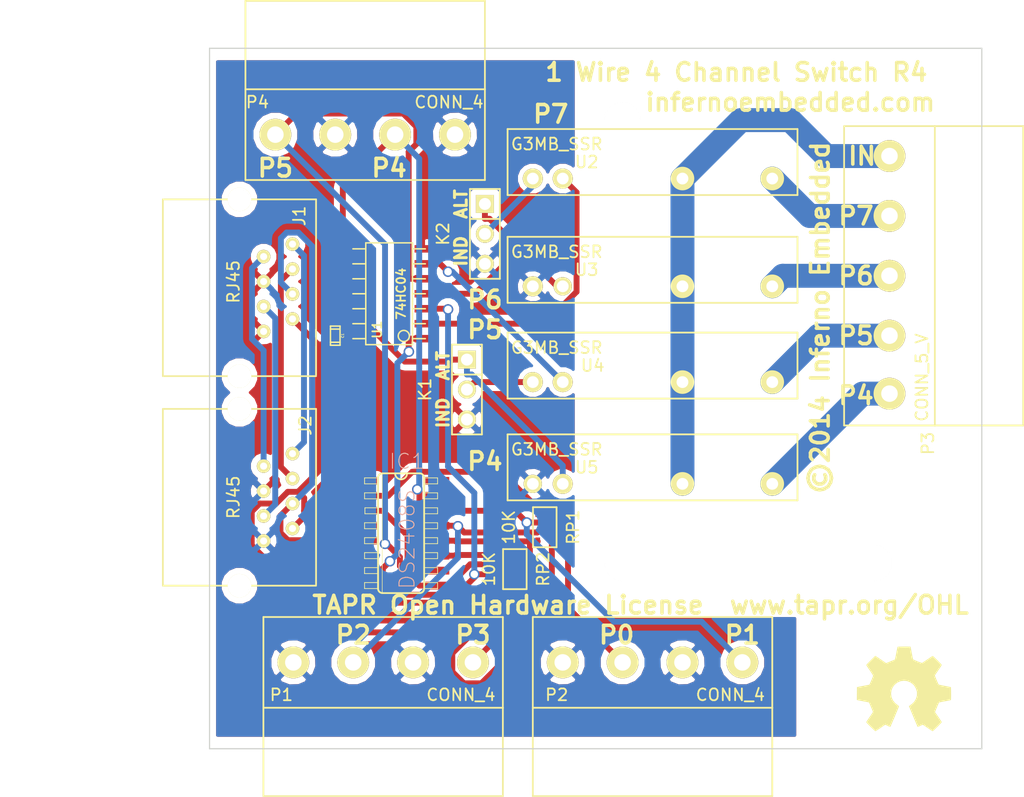
<source format=kicad_pcb>
(kicad_pcb (version 4) (host pcbnew 4.0.1-stable)

  (general
    (links 71)
    (no_connects 1)
    (area 69.088 92.460999 158.491001 165.095001)
    (thickness 1.6)
    (drawings 32)
    (tracks 212)
    (zones 0)
    (modules 18)
    (nets 27)
  )

  (page A3)
  (layers
    (0 F.Cu signal)
    (31 B.Cu signal)
    (32 B.Adhes user)
    (33 F.Adhes user)
    (34 B.Paste user)
    (35 F.Paste user)
    (36 B.SilkS user)
    (37 F.SilkS user)
    (38 B.Mask user)
    (39 F.Mask user)
    (40 Dwgs.User user)
    (41 Cmts.User user)
    (42 Eco1.User user)
    (43 Eco2.User user)
    (44 Edge.Cuts user)
  )

  (setup
    (last_trace_width 0.5)
    (trace_clearance 0.15)
    (zone_clearance 0.508)
    (zone_45_only no)
    (trace_min 0.254)
    (segment_width 0.1)
    (edge_width 0.1)
    (via_size 0.889)
    (via_drill 0.635)
    (via_min_size 0.889)
    (via_min_drill 0.508)
    (uvia_size 0.508)
    (uvia_drill 0.127)
    (uvias_allowed no)
    (uvia_min_size 0.508)
    (uvia_min_drill 0.127)
    (pcb_text_width 0.3)
    (pcb_text_size 1.5 1.5)
    (mod_edge_width 0.15)
    (mod_text_size 1 1)
    (mod_text_width 0.15)
    (pad_size 1.7 1.7)
    (pad_drill 1)
    (pad_to_mask_clearance 0.1)
    (aux_axis_origin 0 0)
    (visible_elements 7FFFFBFF)
    (pcbplotparams
      (layerselection 0x00030_80000001)
      (usegerberextensions true)
      (excludeedgelayer true)
      (linewidth 0.150000)
      (plotframeref false)
      (viasonmask false)
      (mode 1)
      (useauxorigin false)
      (hpglpennumber 1)
      (hpglpenspeed 20)
      (hpglpendiameter 15)
      (hpglpenoverlay 2)
      (psnegative false)
      (psa4output false)
      (plotreference true)
      (plotvalue true)
      (plotinvisibletext false)
      (padsonsilk false)
      (subtractmaskfromsilk true)
      (outputformat 1)
      (mirror false)
      (drillshape 0)
      (scaleselection 1)
      (outputdirectory gerbers/))
  )

  (net 0 "")
  (net 1 /Mains_In)
  (net 2 /OUT_1)
  (net 3 /OUT_2)
  (net 4 /OUT_3)
  (net 5 /OUT_4)
  (net 6 GND)
  (net 7 N-000001)
  (net 8 N-0000011)
  (net 9 N-0000013)
  (net 10 N-0000014)
  (net 11 N-0000015)
  (net 12 N-0000019)
  (net 13 N-000002)
  (net 14 N-0000020)
  (net 15 N-0000021)
  (net 16 N-0000022)
  (net 17 N-0000023)
  (net 18 N-0000024)
  (net 19 N-0000027)
  (net 20 N-0000029)
  (net 21 N-000003)
  (net 22 N-0000030)
  (net 23 N-000007)
  (net 24 N-000008)
  (net 25 N-000009)
  (net 26 VCC)

  (net_class Default "This is the default net class."
    (clearance 0.15)
    (trace_width 0.5)
    (via_dia 0.889)
    (via_drill 0.635)
    (uvia_dia 0.508)
    (uvia_drill 0.127)
    (add_net GND)
    (add_net N-000001)
    (add_net N-0000011)
    (add_net N-0000013)
    (add_net N-0000014)
    (add_net N-0000015)
    (add_net N-0000019)
    (add_net N-000002)
    (add_net N-0000020)
    (add_net N-0000021)
    (add_net N-0000022)
    (add_net N-0000023)
    (add_net N-0000024)
    (add_net N-0000027)
    (add_net N-0000029)
    (add_net N-000003)
    (add_net N-0000030)
    (add_net N-000007)
    (add_net N-000008)
    (add_net N-000009)
    (add_net VCC)
  )

  (net_class Mains ""
    (clearance 2.5)
    (trace_width 2.03)
    (via_dia 0.889)
    (via_drill 0.635)
    (uvia_dia 0.508)
    (uvia_drill 0.127)
    (add_net /Mains_In)
    (add_net /OUT_1)
    (add_net /OUT_2)
    (add_net /OUT_3)
    (add_net /OUT_4)
  )

  (module 2EDCK-5.08-5PIN (layer F.Cu) (tedit 541C0F6E) (tstamp 537CA0B9)
    (at 140.716 105.664 270)
    (path /5374AF8B)
    (fp_text reference P3 (at 26.924 -7.112 270) (layer F.SilkS)
      (effects (font (size 1 1) (thickness 0.15)))
    )
    (fp_text value CONN_5_V (at 21.336 -6.604 270) (layer F.SilkS)
      (effects (font (size 1 1) (thickness 0.15)))
    )
    (fp_line (start 0 -7.7) (end 0 -15.2) (layer F.SilkS) (width 0.15))
    (fp_line (start 0 -15.2) (end 25.4 -15.2) (layer F.SilkS) (width 0.15))
    (fp_line (start 25.4 -15.2) (end 25.4 -7.7) (layer F.SilkS) (width 0.15))
    (fp_line (start 0 0) (end 25.4 0) (layer F.SilkS) (width 0.15))
    (fp_line (start 25.4 0) (end 25.4 -7.7) (layer F.SilkS) (width 0.15))
    (fp_line (start 25.4 -7.7) (end 0 -7.7) (layer F.SilkS) (width 0.15))
    (fp_line (start 0 -7.7) (end 0 0) (layer F.SilkS) (width 0.15))
    (pad 1 thru_hole circle (at 2.54 -3.85 270) (size 2.7 2.7) (drill 1.4) (layers *.Cu *.Mask F.SilkS)
      (net 1 /Mains_In))
    (pad 2 thru_hole circle (at 7.62 -3.85 270) (size 2.7 2.7) (drill 1.4) (layers *.Cu *.Mask F.SilkS)
      (net 2 /OUT_1))
    (pad 3 thru_hole circle (at 12.7 -3.85 270) (size 2.7 2.7) (drill 1.4) (layers *.Cu *.Mask F.SilkS)
      (net 3 /OUT_2))
    (pad 4 thru_hole circle (at 17.78 -3.85 270) (size 2.7 2.7) (drill 1.4) (layers *.Cu *.Mask F.SilkS)
      (net 4 /OUT_3))
    (pad 5 thru_hole circle (at 22.7 -3.85 270) (size 2.7 2.7) (drill 1.4) (layers *.Cu *.Mask F.SilkS)
      (net 5 /OUT_4))
  )

  (module 2EDCK-5.08-4PIN (layer F.Cu) (tedit 541C184D) (tstamp 537CA0C8)
    (at 111.76 147.32 180)
    (path /5374A8BD)
    (fp_text reference P1 (at 18.796 -6.604 180) (layer F.SilkS)
      (effects (font (size 1 1) (thickness 0.15)))
    )
    (fp_text value CONN_4 (at 3.556 -6.604 180) (layer F.SilkS)
      (effects (font (size 1 1) (thickness 0.15)))
    )
    (fp_line (start 0 -7.7) (end 0 -15.2) (layer F.SilkS) (width 0.15))
    (fp_line (start 0 -15.2) (end 20.32 -15.2) (layer F.SilkS) (width 0.15))
    (fp_line (start 20.32 -15.2) (end 20.32 -7.7) (layer F.SilkS) (width 0.15))
    (fp_line (start 0 0) (end 20.32 0) (layer F.SilkS) (width 0.15))
    (fp_line (start 20.32 0) (end 20.32 -7.7) (layer F.SilkS) (width 0.15))
    (fp_line (start 20.32 -7.7) (end 0 -7.7) (layer F.SilkS) (width 0.15))
    (fp_line (start 0 -7.7) (end 0 0) (layer F.SilkS) (width 0.15))
    (pad 1 thru_hole circle (at 2.54 -3.85 180) (size 2.7 2.7) (drill 1.4) (layers *.Cu *.Mask F.SilkS)
      (net 17 N-0000023))
    (pad 2 thru_hole circle (at 7.62 -3.85 180) (size 2.7 2.7) (drill 1.4) (layers *.Cu *.Mask F.SilkS)
      (net 6 GND))
    (pad 3 thru_hole circle (at 12.7 -3.85 180) (size 2.7 2.7) (drill 1.4) (layers *.Cu *.Mask F.SilkS)
      (net 22 N-0000030))
    (pad 4 thru_hole circle (at 17.78 -3.85 180) (size 2.7 2.7) (drill 1.4) (layers *.Cu *.Mask F.SilkS)
      (net 6 GND))
  )

  (module 2EDCK-5.08-4PIN (layer F.Cu) (tedit 541C184A) (tstamp 537CA0D7)
    (at 134.62 147.32 180)
    (path /5374A8CC)
    (fp_text reference P2 (at 18.288 -6.604 180) (layer F.SilkS)
      (effects (font (size 1 1) (thickness 0.15)))
    )
    (fp_text value CONN_4 (at 3.556 -6.604 180) (layer F.SilkS)
      (effects (font (size 1 1) (thickness 0.15)))
    )
    (fp_line (start 0 -7.7) (end 0 -15.2) (layer F.SilkS) (width 0.15))
    (fp_line (start 0 -15.2) (end 20.32 -15.2) (layer F.SilkS) (width 0.15))
    (fp_line (start 20.32 -15.2) (end 20.32 -7.7) (layer F.SilkS) (width 0.15))
    (fp_line (start 0 0) (end 20.32 0) (layer F.SilkS) (width 0.15))
    (fp_line (start 20.32 0) (end 20.32 -7.7) (layer F.SilkS) (width 0.15))
    (fp_line (start 20.32 -7.7) (end 0 -7.7) (layer F.SilkS) (width 0.15))
    (fp_line (start 0 -7.7) (end 0 0) (layer F.SilkS) (width 0.15))
    (pad 1 thru_hole circle (at 2.54 -3.85 180) (size 2.7 2.7) (drill 1.4) (layers *.Cu *.Mask F.SilkS)
      (net 20 N-0000029))
    (pad 2 thru_hole circle (at 7.62 -3.85 180) (size 2.7 2.7) (drill 1.4) (layers *.Cu *.Mask F.SilkS)
      (net 6 GND))
    (pad 3 thru_hole circle (at 12.7 -3.85 180) (size 2.7 2.7) (drill 1.4) (layers *.Cu *.Mask F.SilkS)
      (net 19 N-0000027))
    (pad 4 thru_hole circle (at 17.78 -3.85 180) (size 2.7 2.7) (drill 1.4) (layers *.Cu *.Mask F.SilkS)
      (net 6 GND))
  )

  (module 1wire-SO16 (layer F.Cu) (tedit 541C1A6B) (tstamp 537DDC07)
    (at 103.124 140.208 270)
    (descr "SMALL OUTLINE PACKAGE")
    (tags "SMALL OUTLINE PACKAGE")
    (path /53749CC7)
    (attr smd)
    (fp_text reference IC1 (at -6.096 -0.508 360) (layer B.SilkS)
      (effects (font (size 1.27 1.27) (thickness 0.0889)))
    )
    (fp_text value DS2408S (at 0.508 -0.508 270) (layer B.SilkS)
      (effects (font (size 1.27 1.27) (thickness 0.0889)))
    )
    (fp_line (start -0.889 -1.9558) (end -0.381 -1.9558) (layer F.SilkS) (width 0.06604))
    (fp_line (start -0.381 -1.9558) (end -0.381 -3.0988) (layer F.SilkS) (width 0.06604))
    (fp_line (start -0.889 -3.0988) (end -0.381 -3.0988) (layer F.SilkS) (width 0.06604))
    (fp_line (start -0.889 -1.9558) (end -0.889 -3.0988) (layer F.SilkS) (width 0.06604))
    (fp_line (start -4.699 3.0988) (end -4.191 3.0988) (layer F.SilkS) (width 0.06604))
    (fp_line (start -4.191 3.0988) (end -4.191 1.9558) (layer F.SilkS) (width 0.06604))
    (fp_line (start -4.699 1.9558) (end -4.191 1.9558) (layer F.SilkS) (width 0.06604))
    (fp_line (start -4.699 3.0988) (end -4.699 1.9558) (layer F.SilkS) (width 0.06604))
    (fp_line (start -3.429 3.0988) (end -2.921 3.0988) (layer F.SilkS) (width 0.06604))
    (fp_line (start -2.921 3.0988) (end -2.921 1.9558) (layer F.SilkS) (width 0.06604))
    (fp_line (start -3.429 1.9558) (end -2.921 1.9558) (layer F.SilkS) (width 0.06604))
    (fp_line (start -3.429 3.0988) (end -3.429 1.9558) (layer F.SilkS) (width 0.06604))
    (fp_line (start -2.159 3.0734) (end -1.651 3.0734) (layer F.SilkS) (width 0.06604))
    (fp_line (start -1.651 3.0734) (end -1.651 1.9304) (layer F.SilkS) (width 0.06604))
    (fp_line (start -2.159 1.9304) (end -1.651 1.9304) (layer F.SilkS) (width 0.06604))
    (fp_line (start -2.159 3.0734) (end -2.159 1.9304) (layer F.SilkS) (width 0.06604))
    (fp_line (start -0.889 3.0988) (end -0.381 3.0988) (layer F.SilkS) (width 0.06604))
    (fp_line (start -0.381 3.0988) (end -0.381 1.9558) (layer F.SilkS) (width 0.06604))
    (fp_line (start -0.889 1.9558) (end -0.381 1.9558) (layer F.SilkS) (width 0.06604))
    (fp_line (start -0.889 3.0988) (end -0.889 1.9558) (layer F.SilkS) (width 0.06604))
    (fp_line (start -2.159 -1.9558) (end -1.651 -1.9558) (layer F.SilkS) (width 0.06604))
    (fp_line (start -1.651 -1.9558) (end -1.651 -3.0988) (layer F.SilkS) (width 0.06604))
    (fp_line (start -2.159 -3.0988) (end -1.651 -3.0988) (layer F.SilkS) (width 0.06604))
    (fp_line (start -2.159 -1.9558) (end -2.159 -3.0988) (layer F.SilkS) (width 0.06604))
    (fp_line (start -3.429 -1.9558) (end -2.921 -1.9558) (layer F.SilkS) (width 0.06604))
    (fp_line (start -2.921 -1.9558) (end -2.921 -3.0988) (layer F.SilkS) (width 0.06604))
    (fp_line (start -3.429 -3.0988) (end -2.921 -3.0988) (layer F.SilkS) (width 0.06604))
    (fp_line (start -3.429 -1.9558) (end -3.429 -3.0988) (layer F.SilkS) (width 0.06604))
    (fp_line (start -4.699 -1.9558) (end -4.191 -1.9558) (layer F.SilkS) (width 0.06604))
    (fp_line (start -4.191 -1.9558) (end -4.191 -3.0988) (layer F.SilkS) (width 0.06604))
    (fp_line (start -4.699 -3.0988) (end -4.191 -3.0988) (layer F.SilkS) (width 0.06604))
    (fp_line (start -4.699 -1.9558) (end -4.699 -3.0988) (layer F.SilkS) (width 0.06604))
    (fp_line (start 0.381 3.0988) (end 0.889 3.0988) (layer F.SilkS) (width 0.06604))
    (fp_line (start 0.889 3.0988) (end 0.889 1.9558) (layer F.SilkS) (width 0.06604))
    (fp_line (start 0.381 1.9558) (end 0.889 1.9558) (layer F.SilkS) (width 0.06604))
    (fp_line (start 0.381 3.0988) (end 0.381 1.9558) (layer F.SilkS) (width 0.06604))
    (fp_line (start 1.651 3.0988) (end 2.159 3.0988) (layer F.SilkS) (width 0.06604))
    (fp_line (start 2.159 3.0988) (end 2.159 1.9558) (layer F.SilkS) (width 0.06604))
    (fp_line (start 1.651 1.9558) (end 2.159 1.9558) (layer F.SilkS) (width 0.06604))
    (fp_line (start 1.651 3.0988) (end 1.651 1.9558) (layer F.SilkS) (width 0.06604))
    (fp_line (start 2.921 3.0988) (end 3.429 3.0988) (layer F.SilkS) (width 0.06604))
    (fp_line (start 3.429 3.0988) (end 3.429 1.9558) (layer F.SilkS) (width 0.06604))
    (fp_line (start 2.921 1.9558) (end 3.429 1.9558) (layer F.SilkS) (width 0.06604))
    (fp_line (start 2.921 3.0988) (end 2.921 1.9558) (layer F.SilkS) (width 0.06604))
    (fp_line (start 4.191 3.0988) (end 4.699 3.0988) (layer F.SilkS) (width 0.06604))
    (fp_line (start 4.699 3.0988) (end 4.699 1.9558) (layer F.SilkS) (width 0.06604))
    (fp_line (start 4.191 1.9558) (end 4.699 1.9558) (layer F.SilkS) (width 0.06604))
    (fp_line (start 4.191 3.0988) (end 4.191 1.9558) (layer F.SilkS) (width 0.06604))
    (fp_line (start 0.381 -1.9558) (end 0.889 -1.9558) (layer F.SilkS) (width 0.06604))
    (fp_line (start 0.889 -1.9558) (end 0.889 -3.0988) (layer F.SilkS) (width 0.06604))
    (fp_line (start 0.381 -3.0988) (end 0.889 -3.0988) (layer F.SilkS) (width 0.06604))
    (fp_line (start 0.381 -1.9558) (end 0.381 -3.0988) (layer F.SilkS) (width 0.06604))
    (fp_line (start 1.651 -1.9558) (end 2.159 -1.9558) (layer F.SilkS) (width 0.06604))
    (fp_line (start 2.159 -1.9558) (end 2.159 -3.0988) (layer F.SilkS) (width 0.06604))
    (fp_line (start 1.651 -3.0988) (end 2.159 -3.0988) (layer F.SilkS) (width 0.06604))
    (fp_line (start 1.651 -1.9558) (end 1.651 -3.0988) (layer F.SilkS) (width 0.06604))
    (fp_line (start 2.921 -1.9558) (end 3.429 -1.9558) (layer F.SilkS) (width 0.06604))
    (fp_line (start 3.429 -1.9558) (end 3.429 -3.0988) (layer F.SilkS) (width 0.06604))
    (fp_line (start 2.921 -3.0988) (end 3.429 -3.0988) (layer F.SilkS) (width 0.06604))
    (fp_line (start 2.921 -1.9558) (end 2.921 -3.0988) (layer F.SilkS) (width 0.06604))
    (fp_line (start 4.191 -1.9558) (end 4.699 -1.9558) (layer F.SilkS) (width 0.06604))
    (fp_line (start 4.699 -1.9558) (end 4.699 -3.0988) (layer F.SilkS) (width 0.06604))
    (fp_line (start 4.191 -3.0988) (end 4.699 -3.0988) (layer F.SilkS) (width 0.06604))
    (fp_line (start 4.191 -1.9558) (end 4.191 -3.0988) (layer F.SilkS) (width 0.06604))
    (fp_line (start 4.699 -1.9558) (end -4.699 -1.9558) (layer F.SilkS) (width 0.1524))
    (fp_line (start -4.699 1.9558) (end 4.699 1.9558) (layer F.SilkS) (width 0.1524))
    (fp_line (start 5.08 1.5748) (end 5.08 -1.5748) (layer F.SilkS) (width 0.1524))
    (fp_line (start -5.08 -1.5748) (end -5.08 -0.508) (layer F.SilkS) (width 0.1524))
    (fp_line (start -5.08 -0.508) (end -5.08 0.508) (layer F.SilkS) (width 0.1524))
    (fp_line (start -5.08 0.508) (end -5.08 1.5748) (layer F.SilkS) (width 0.1524))
    (fp_line (start -5.08 1.6002) (end 5.08 1.6002) (layer F.SilkS) (width 0.0508))
    (fp_arc (start 4.699 1.5748) (end 5.08 1.5748) (angle 90) (layer F.SilkS) (width 0.1524))
    (fp_arc (start -4.699 -1.5748) (end -5.08 -1.5748) (angle 90) (layer F.SilkS) (width 0.1524))
    (fp_arc (start 4.699 -1.5748) (end 4.699 -1.9558) (angle 90) (layer F.SilkS) (width 0.1524))
    (fp_arc (start -4.699 1.5748) (end -4.699 1.9558) (angle 90) (layer F.SilkS) (width 0.1524))
    (fp_arc (start -5.08 0) (end -5.08 -0.508) (angle 180) (layer F.SilkS) (width 0.1524))
    (pad 1 smd rect (at -4.445 3.0734 270) (size 0.6604 2.032) (layers F.Cu F.Paste F.Mask))
    (pad 2 smd rect (at -3.175 3.0734 270) (size 0.6604 2.032) (layers F.Cu F.Paste F.Mask)
      (net 19 N-0000027))
    (pad 3 smd rect (at -1.905 3.0734 270) (size 0.6604 2.032) (layers F.Cu F.Paste F.Mask)
      (net 26 VCC))
    (pad 4 smd rect (at -0.635 3.0734 270) (size 0.6604 2.032) (layers F.Cu F.Paste F.Mask)
      (net 16 N-0000022))
    (pad 5 smd rect (at 0.635 3.0734 270) (size 0.6604 2.032) (layers F.Cu F.Paste F.Mask)
      (net 6 GND))
    (pad 6 smd rect (at 1.905 3.0734 270) (size 0.6604 2.032) (layers F.Cu F.Paste F.Mask))
    (pad 7 smd rect (at 3.175 3.0734 270) (size 0.6604 2.032) (layers F.Cu F.Paste F.Mask)
      (net 21 N-000003))
    (pad 8 smd rect (at 4.445 3.0734 270) (size 0.6604 2.032) (layers F.Cu F.Paste F.Mask)
      (net 11 N-0000015))
    (pad 9 smd rect (at 4.445 -3.0734 270) (size 0.6604 2.032) (layers F.Cu F.Paste F.Mask)
      (net 10 N-0000014))
    (pad 10 smd rect (at 3.175 -3.0734 270) (size 0.6604 2.032) (layers F.Cu F.Paste F.Mask)
      (net 26 VCC))
    (pad 11 smd rect (at 1.905 -3.0734 270) (size 0.6604 2.032) (layers F.Cu F.Paste F.Mask)
      (net 9 N-0000013))
    (pad 12 smd rect (at 0.635 -3.0734 270) (size 0.6604 2.032) (layers F.Cu F.Paste F.Mask)
      (net 17 N-0000023))
    (pad 13 smd rect (at -0.635 -3.0734 270) (size 0.6604 2.032) (layers F.Cu F.Paste F.Mask)
      (net 22 N-0000030))
    (pad 14 smd rect (at -1.905 -3.0734 270) (size 0.6604 2.032) (layers F.Cu F.Paste F.Mask)
      (net 20 N-0000029))
    (pad 15 smd rect (at -3.175 -3.0734 270) (size 0.6604 2.032) (layers F.Cu F.Paste F.Mask))
    (pad 16 smd rect (at -4.445 -3.0734 270) (size 0.6604 2.032) (layers F.Cu F.Paste F.Mask))
  )

  (module 0603_Pack4 (layer F.Cu) (tedit 541C1870) (tstamp 537CA147)
    (at 115.316 139.7 90)
    (path /5374A73E)
    (fp_text reference RP1 (at 0 2.4 90) (layer F.SilkS)
      (effects (font (size 1 1) (thickness 0.15)))
    )
    (fp_text value 10K (at 0 -3.048 90) (layer F.SilkS)
      (effects (font (size 1 1) (thickness 0.15)))
    )
    (fp_line (start 1.7 -1) (end 1.7 1) (layer F.SilkS) (width 0.15))
    (fp_line (start 1.7 1) (end -1.7 1) (layer F.SilkS) (width 0.15))
    (fp_line (start -1.7 1) (end -1.7 -1) (layer F.SilkS) (width 0.15))
    (fp_line (start -1.7 -1) (end 1.7 -1) (layer F.SilkS) (width 0.15))
    (pad 1 smd rect (at -1.2 -0.6 90) (size 0.65 0.4) (layers F.Cu F.Paste F.Mask)
      (net 17 N-0000023))
    (pad 8 smd rect (at -1.2 0.6 90) (size 0.65 0.4) (layers F.Cu F.Paste F.Mask)
      (net 26 VCC))
    (pad 4 smd rect (at 1.2 -0.6 90) (size 0.65 0.4) (layers F.Cu F.Paste F.Mask)
      (net 19 N-0000027))
    (pad 5 smd rect (at 1.2 0.6 90) (size 0.65 0.4) (layers F.Cu F.Paste F.Mask)
      (net 26 VCC))
    (pad 2 smd rect (at -0.4 -0.6 90) (size 0.45 0.4) (layers F.Cu F.Paste F.Mask)
      (net 22 N-0000030))
    (pad 3 smd rect (at 0.4 -0.6 90) (size 0.45 0.4) (layers F.Cu F.Paste F.Mask)
      (net 20 N-0000029))
    (pad 6 smd rect (at 0.4 0.6 90) (size 0.45 0.4) (layers F.Cu F.Paste F.Mask)
      (net 26 VCC))
    (pad 7 smd rect (at -0.4 0.6 90) (size 0.45 0.4) (layers F.Cu F.Paste F.Mask)
      (net 26 VCC))
  )

  (module 0603_Pack4 (layer F.Cu) (tedit 5378B4E6) (tstamp 537CA157)
    (at 112.776 143.256 90)
    (path /53787282)
    (fp_text reference RP2 (at 0 2.4 90) (layer F.SilkS)
      (effects (font (size 1 1) (thickness 0.15)))
    )
    (fp_text value 10K (at 0 -2.2 90) (layer F.SilkS)
      (effects (font (size 1 1) (thickness 0.15)))
    )
    (fp_line (start 1.7 -1) (end 1.7 1) (layer F.SilkS) (width 0.15))
    (fp_line (start 1.7 1) (end -1.7 1) (layer F.SilkS) (width 0.15))
    (fp_line (start -1.7 1) (end -1.7 -1) (layer F.SilkS) (width 0.15))
    (fp_line (start -1.7 -1) (end 1.7 -1) (layer F.SilkS) (width 0.15))
    (pad 1 smd rect (at -1.2 -0.6 90) (size 0.65 0.4) (layers F.Cu F.Paste F.Mask)
      (net 21 N-000003))
    (pad 8 smd rect (at -1.2 0.6 90) (size 0.65 0.4) (layers F.Cu F.Paste F.Mask)
      (net 26 VCC))
    (pad 4 smd rect (at 1.2 -0.6 90) (size 0.65 0.4) (layers F.Cu F.Paste F.Mask)
      (net 9 N-0000013))
    (pad 5 smd rect (at 1.2 0.6 90) (size 0.65 0.4) (layers F.Cu F.Paste F.Mask)
      (net 26 VCC))
    (pad 2 smd rect (at -0.4 -0.6 90) (size 0.45 0.4) (layers F.Cu F.Paste F.Mask)
      (net 11 N-0000015))
    (pad 3 smd rect (at 0.4 -0.6 90) (size 0.45 0.4) (layers F.Cu F.Paste F.Mask)
      (net 10 N-0000014))
    (pad 6 smd rect (at 0.4 0.6 90) (size 0.45 0.4) (layers F.Cu F.Paste F.Mask)
      (net 26 VCC))
    (pad 7 smd rect (at -0.4 0.6 90) (size 0.45 0.4) (layers F.Cu F.Paste F.Mask)
      (net 26 VCC))
  )

  (module c_0603 (layer F.Cu) (tedit 537DE377) (tstamp 537DDA1C)
    (at 97.536 123.444 270)
    (descr "SMT capacitor, 0603")
    (path /537DDA53)
    (fp_text reference C1 (at 0 -0.635 270) (layer F.SilkS)
      (effects (font (size 0.20066 0.20066) (thickness 0.04064)))
    )
    (fp_text value 100nF (at 0 0 360) (layer F.SilkS) hide
      (effects (font (size 0.20066 0.20066) (thickness 0.04064)))
    )
    (fp_line (start 0.5588 0.4064) (end 0.5588 -0.4064) (layer F.SilkS) (width 0.127))
    (fp_line (start -0.5588 -0.381) (end -0.5588 0.4064) (layer F.SilkS) (width 0.127))
    (fp_line (start -0.8128 -0.4064) (end 0.8128 -0.4064) (layer F.SilkS) (width 0.127))
    (fp_line (start 0.8128 -0.4064) (end 0.8128 0.4064) (layer F.SilkS) (width 0.127))
    (fp_line (start 0.8128 0.4064) (end -0.8128 0.4064) (layer F.SilkS) (width 0.127))
    (fp_line (start -0.8128 0.4064) (end -0.8128 -0.4064) (layer F.SilkS) (width 0.127))
    (pad 1 smd rect (at 0.75184 0 270) (size 0.89916 1.00076) (layers F.Cu F.Paste F.Mask)
      (net 26 VCC))
    (pad 2 smd rect (at -0.75184 0 270) (size 0.89916 1.00076) (layers F.Cu F.Paste F.Mask)
      (net 6 GND))
    (model smd/capacitors/c_0603.wrl
      (at (xyz 0 0 0))
      (scale (xyz 1 1 1))
      (rotate (xyz 0 0 0))
    )
  )

  (module PIN_ARRAY_3X1 (layer F.Cu) (tedit 541C0FB1) (tstamp 5382FE94)
    (at 110.236 114.808 270)
    (descr "Connecteur 3 pins")
    (tags "CONN DEV")
    (path /5382FD5C)
    (fp_text reference K2 (at 0 3.556 270) (layer F.SilkS)
      (effects (font (size 1.016 1.016) (thickness 0.1524)))
    )
    (fp_text value CONN_3 (at 5.588 2.54 270) (layer F.SilkS) hide
      (effects (font (size 1.016 1.016) (thickness 0.1524)))
    )
    (fp_line (start -3.81 1.27) (end -3.81 -1.27) (layer F.SilkS) (width 0.1524))
    (fp_line (start -3.81 -1.27) (end 3.81 -1.27) (layer F.SilkS) (width 0.1524))
    (fp_line (start 3.81 -1.27) (end 3.81 1.27) (layer F.SilkS) (width 0.1524))
    (fp_line (start 3.81 1.27) (end -3.81 1.27) (layer F.SilkS) (width 0.1524))
    (fp_line (start -1.27 -1.27) (end -1.27 1.27) (layer F.SilkS) (width 0.1524))
    (pad 1 thru_hole rect (at -2.54 0 270) (size 1.524 1.524) (drill 1.016) (layers *.Cu *.Mask F.SilkS)
      (net 24 N-000008))
    (pad 2 thru_hole circle (at 0 0 270) (size 1.524 1.524) (drill 1.016) (layers *.Cu *.Mask F.SilkS)
      (net 8 N-0000011))
    (pad 3 thru_hole circle (at 2.54 0 270) (size 1.524 1.524) (drill 1.016) (layers *.Cu *.Mask F.SilkS)
      (net 6 GND))
    (model pin_array/pins_array_3x1.wrl
      (at (xyz 0 0 0))
      (scale (xyz 1 1 1))
      (rotate (xyz 0 0 0))
    )
  )

  (module PIN_ARRAY_3X1 (layer F.Cu) (tedit 53F1DEF1) (tstamp 5382FEA0)
    (at 108.712 128.016 270)
    (descr "Connecteur 3 pins")
    (tags "CONN DEV")
    (path /538301F8)
    (fp_text reference K1 (at 0 3.556 270) (layer F.SilkS)
      (effects (font (size 1.016 1.016) (thickness 0.1524)))
    )
    (fp_text value CONN_3 (at 0 -2.159 270) (layer F.SilkS) hide
      (effects (font (size 1.016 1.016) (thickness 0.1524)))
    )
    (fp_line (start -3.81 1.27) (end -3.81 -1.27) (layer F.SilkS) (width 0.1524))
    (fp_line (start -3.81 -1.27) (end 3.81 -1.27) (layer F.SilkS) (width 0.1524))
    (fp_line (start 3.81 -1.27) (end 3.81 1.27) (layer F.SilkS) (width 0.1524))
    (fp_line (start 3.81 1.27) (end -3.81 1.27) (layer F.SilkS) (width 0.1524))
    (fp_line (start -1.27 -1.27) (end -1.27 1.27) (layer F.SilkS) (width 0.1524))
    (pad 1 thru_hole rect (at -2.54 0 270) (size 1.524 1.524) (drill 1.016) (layers *.Cu *.Mask F.SilkS)
      (net 7 N-000001))
    (pad 2 thru_hole circle (at 0 0 270) (size 1.524 1.524) (drill 1.016) (layers *.Cu *.Mask F.SilkS)
      (net 23 N-000007))
    (pad 3 thru_hole circle (at 2.54 0 270) (size 1.524 1.524) (drill 1.016) (layers *.Cu *.Mask F.SilkS)
      (net 6 GND))
    (model pin_array/pins_array_3x1.wrl
      (at (xyz 0 0 0))
      (scale (xyz 1 1 1))
      (rotate (xyz 0 0 0))
    )
  )

  (module 2EDCK-5.08-4PIN (layer F.Cu) (tedit 541C18BD) (tstamp 5382FEAF)
    (at 89.916 110.236)
    (path /5382F9E0)
    (fp_text reference P4 (at 1.016 -6.604) (layer F.SilkS)
      (effects (font (size 1 1) (thickness 0.15)))
    )
    (fp_text value CONN_4 (at 17.272 -6.604) (layer F.SilkS)
      (effects (font (size 1 1) (thickness 0.15)))
    )
    (fp_line (start 0 -7.7) (end 0 -15.2) (layer F.SilkS) (width 0.15))
    (fp_line (start 0 -15.2) (end 20.32 -15.2) (layer F.SilkS) (width 0.15))
    (fp_line (start 20.32 -15.2) (end 20.32 -7.7) (layer F.SilkS) (width 0.15))
    (fp_line (start 0 0) (end 20.32 0) (layer F.SilkS) (width 0.15))
    (fp_line (start 20.32 0) (end 20.32 -7.7) (layer F.SilkS) (width 0.15))
    (fp_line (start 20.32 -7.7) (end 0 -7.7) (layer F.SilkS) (width 0.15))
    (fp_line (start 0 -7.7) (end 0 0) (layer F.SilkS) (width 0.15))
    (pad 1 thru_hole circle (at 2.54 -3.85) (size 2.7 2.7) (drill 1.4) (layers *.Cu *.Mask F.SilkS)
      (net 10 N-0000014))
    (pad 2 thru_hole circle (at 7.62 -3.85) (size 2.7 2.7) (drill 1.4) (layers *.Cu *.Mask F.SilkS)
      (net 6 GND))
    (pad 3 thru_hole circle (at 12.7 -3.85) (size 2.7 2.7) (drill 1.4) (layers *.Cu *.Mask F.SilkS)
      (net 9 N-0000013))
    (pad 4 thru_hole circle (at 17.78 -3.85) (size 2.7 2.7) (drill 1.4) (layers *.Cu *.Mask F.SilkS)
      (net 6 GND))
  )

  (module so-14 (layer F.Cu) (tedit 541C1934) (tstamp 5396C35C)
    (at 102.108 119.888 90)
    (descr SO-14)
    (path /53786AEB)
    (attr smd)
    (fp_text reference U1 (at -3.048 -1.016 90) (layer F.SilkS)
      (effects (font (size 0.7493 0.7493) (thickness 0.14986)))
    )
    (fp_text value 74HC04 (at 0 1.016 90) (layer F.SilkS)
      (effects (font (size 0.7493 0.7493) (thickness 0.14986)))
    )
    (fp_line (start -4.318 -1.9812) (end -4.318 1.9812) (layer F.SilkS) (width 0.127))
    (fp_line (start -4.318 1.9812) (end 4.318 1.9812) (layer F.SilkS) (width 0.127))
    (fp_line (start 4.318 1.9812) (end 4.318 -1.9812) (layer F.SilkS) (width 0.127))
    (fp_line (start 4.318 -1.9812) (end -4.318 -1.9812) (layer F.SilkS) (width 0.127))
    (fp_line (start -2.54 -1.9812) (end -2.54 -3.0734) (layer F.SilkS) (width 0.127))
    (fp_line (start -1.27 -1.9812) (end -1.27 -3.0734) (layer F.SilkS) (width 0.127))
    (fp_line (start 0 -1.9812) (end 0 -3.0734) (layer F.SilkS) (width 0.127))
    (fp_line (start -3.81 -1.9812) (end -3.81 -3.0734) (layer F.SilkS) (width 0.127))
    (fp_line (start 1.27 -3.0734) (end 1.27 -1.9812) (layer F.SilkS) (width 0.127))
    (fp_line (start 2.54 -3.0734) (end 2.54 -1.9812) (layer F.SilkS) (width 0.127))
    (fp_line (start 3.81 -3.0734) (end 3.81 -1.9812) (layer F.SilkS) (width 0.127))
    (fp_line (start 3.81 1.9812) (end 3.81 3.0734) (layer F.SilkS) (width 0.127))
    (fp_line (start 2.54 1.9812) (end 2.54 3.0734) (layer F.SilkS) (width 0.127))
    (fp_line (start -3.81 1.9812) (end -3.81 3.0734) (layer F.SilkS) (width 0.127))
    (fp_line (start -2.54 3.0734) (end -2.54 1.9812) (layer F.SilkS) (width 0.127))
    (fp_line (start 1.27 3.0734) (end 1.27 1.9812) (layer F.SilkS) (width 0.127))
    (fp_line (start 0 3.0734) (end 0 1.9812) (layer F.SilkS) (width 0.127))
    (fp_line (start -1.27 3.0734) (end -1.27 1.9812) (layer F.SilkS) (width 0.127))
    (fp_circle (center -3.5814 1.2446) (end -3.8608 1.6256) (layer F.SilkS) (width 0.127))
    (pad 1 smd rect (at -3.81 2.794 90) (size 0.635 1.27) (layers F.Cu F.Paste F.Mask)
      (net 21 N-000003))
    (pad 2 smd rect (at -2.54 2.794 90) (size 0.635 1.27) (layers F.Cu F.Paste F.Mask)
      (net 25 N-000009))
    (pad 3 smd rect (at -1.27 2.794 90) (size 0.635 1.27) (layers F.Cu F.Paste F.Mask)
      (net 11 N-0000015))
    (pad 4 smd rect (at 0 2.794 90) (size 0.635 1.27) (layers F.Cu F.Paste F.Mask)
      (net 24 N-000008))
    (pad 5 smd rect (at 1.27 2.794 90) (size 0.635 1.27) (layers F.Cu F.Paste F.Mask)
      (net 10 N-0000014))
    (pad 6 smd rect (at 2.54 2.794 90) (size 0.635 1.27) (layers F.Cu F.Paste F.Mask)
      (net 13 N-000002))
    (pad 7 smd rect (at 3.81 2.794 90) (size 0.635 1.27) (layers F.Cu F.Paste F.Mask)
      (net 6 GND))
    (pad 8 smd rect (at 3.81 -2.794 90) (size 0.635 1.27) (layers F.Cu F.Paste F.Mask)
      (net 7 N-000001))
    (pad 9 smd rect (at 2.54 -2.794 90) (size 0.635 1.27) (layers F.Cu F.Paste F.Mask)
      (net 9 N-0000013))
    (pad 10 smd rect (at 1.27 -2.794 90) (size 0.635 1.27) (layers F.Cu F.Paste F.Mask))
    (pad 11 smd rect (at 0 -2.794 90) (size 0.635 1.27) (layers F.Cu F.Paste F.Mask)
      (net 6 GND))
    (pad 12 smd rect (at -1.27 -2.794 90) (size 0.635 1.27) (layers F.Cu F.Paste F.Mask))
    (pad 13 smd rect (at -2.54 -2.794 90) (size 0.635 1.27) (layers F.Cu F.Paste F.Mask)
      (net 6 GND))
    (pad 14 smd rect (at -3.81 -2.794 90) (size 0.635 1.27) (layers F.Cu F.Paste F.Mask)
      (net 26 VCC))
    (model smd/smd_dil/so-14.wrl
      (at (xyz 0 0 0))
      (scale (xyz 1 1 1))
      (rotate (xyz 0 0 0))
    )
  )

  (module OSHW-logo_silkscreen-front_8mm (layer F.Cu) (tedit 0) (tstamp 5396D152)
    (at 145.796 153.416)
    (fp_text reference G*** (at 0 4.2418) (layer F.SilkS) hide
      (effects (font (size 0.36322 0.36322) (thickness 0.07112)))
    )
    (fp_text value OSHW-logo_silkscreen-front_8mm (at 0 -4.2418) (layer F.SilkS) hide
      (effects (font (size 0.36322 0.36322) (thickness 0.07112)))
    )
    (fp_poly (pts (xy -2.42316 3.59156) (xy -2.38252 3.57124) (xy -2.28854 3.51282) (xy -2.15392 3.42392)
      (xy -1.99644 3.31978) (xy -1.83896 3.21056) (xy -1.70942 3.1242) (xy -1.61798 3.06578)
      (xy -1.57988 3.04546) (xy -1.55956 3.05054) (xy -1.48336 3.08864) (xy -1.37414 3.14452)
      (xy -1.31064 3.17754) (xy -1.21158 3.22072) (xy -1.16078 3.23088) (xy -1.15316 3.21564)
      (xy -1.11506 3.13944) (xy -1.05918 3.00736) (xy -0.98298 2.83464) (xy -0.89662 2.63144)
      (xy -0.80264 2.413) (xy -0.7112 2.18948) (xy -0.6223 1.97612) (xy -0.54356 1.78562)
      (xy -0.48006 1.63068) (xy -0.43942 1.52146) (xy -0.42418 1.47574) (xy -0.42926 1.46558)
      (xy -0.48006 1.41732) (xy -0.56642 1.35128) (xy -0.75692 1.19634) (xy -0.94234 0.96266)
      (xy -1.05664 0.6985) (xy -1.09474 0.40386) (xy -1.06172 0.13208) (xy -0.95504 -0.12954)
      (xy -0.77216 -0.36576) (xy -0.55118 -0.54102) (xy -0.2921 -0.65278) (xy 0 -0.68834)
      (xy 0.2794 -0.65786) (xy 0.5461 -0.55118) (xy 0.78232 -0.37084) (xy 0.88138 -0.25654)
      (xy 1.01854 -0.01778) (xy 1.09728 0.23876) (xy 1.1049 0.30226) (xy 1.09474 0.5842)
      (xy 1.01092 0.85344) (xy 0.8636 1.09474) (xy 0.65786 1.29032) (xy 0.62992 1.31064)
      (xy 0.53594 1.38176) (xy 0.47244 1.43002) (xy 0.42164 1.47066) (xy 0.77978 2.33172)
      (xy 0.83566 2.46888) (xy 0.93472 2.7051) (xy 1.02108 2.9083) (xy 1.08966 3.06832)
      (xy 1.13792 3.17754) (xy 1.15824 3.22072) (xy 1.16078 3.22326) (xy 1.19126 3.22834)
      (xy 1.2573 3.20294) (xy 1.37668 3.14452) (xy 1.45796 3.10388) (xy 1.5494 3.0607)
      (xy 1.59004 3.04546) (xy 1.6256 3.06324) (xy 1.71196 3.12166) (xy 1.8415 3.20548)
      (xy 1.9939 3.30962) (xy 2.14122 3.41122) (xy 2.27584 3.50012) (xy 2.3749 3.56108)
      (xy 2.42316 3.58902) (xy 2.43078 3.58902) (xy 2.47142 3.56362) (xy 2.55016 3.50012)
      (xy 2.667 3.38836) (xy 2.8321 3.2258) (xy 2.8575 3.2004) (xy 2.99466 3.0607)
      (xy 3.10642 2.94386) (xy 3.18008 2.86258) (xy 3.20548 2.82448) (xy 3.20548 2.82448)
      (xy 3.18262 2.77622) (xy 3.11912 2.6797) (xy 3.03022 2.54254) (xy 2.921 2.38252)
      (xy 2.63652 1.9685) (xy 2.794 1.57734) (xy 2.84226 1.45796) (xy 2.90322 1.31318)
      (xy 2.9464 1.20904) (xy 2.9718 1.16332) (xy 3.01244 1.14808) (xy 3.12166 1.12268)
      (xy 3.2766 1.08966) (xy 3.45948 1.05664) (xy 3.63728 1.02362) (xy 3.7973 0.99314)
      (xy 3.9116 0.97028) (xy 3.9624 0.96012) (xy 3.9751 0.9525) (xy 3.98526 0.9271)
      (xy 3.99288 0.87376) (xy 3.99542 0.77724) (xy 3.99796 0.62484) (xy 3.99796 0.40386)
      (xy 3.99796 0.381) (xy 3.99542 0.17018) (xy 3.99288 0.00254) (xy 3.9878 -0.10668)
      (xy 3.98018 -0.14986) (xy 3.98018 -0.14986) (xy 3.92938 -0.16256) (xy 3.81762 -0.18542)
      (xy 3.6576 -0.21844) (xy 3.4671 -0.254) (xy 3.45694 -0.25654) (xy 3.26644 -0.2921)
      (xy 3.10896 -0.32512) (xy 2.9972 -0.35052) (xy 2.95148 -0.36576) (xy 2.94132 -0.37846)
      (xy 2.90322 -0.45212) (xy 2.84734 -0.56896) (xy 2.78638 -0.71374) (xy 2.72288 -0.86106)
      (xy 2.66954 -0.99568) (xy 2.63398 -1.09474) (xy 2.62382 -1.14046) (xy 2.62382 -1.14046)
      (xy 2.65176 -1.18618) (xy 2.7178 -1.28524) (xy 2.80924 -1.41986) (xy 2.921 -1.58242)
      (xy 2.92862 -1.59512) (xy 3.03784 -1.75514) (xy 3.12674 -1.88976) (xy 3.18516 -1.98628)
      (xy 3.20548 -2.02946) (xy 3.20548 -2.032) (xy 3.16992 -2.08026) (xy 3.08864 -2.16916)
      (xy 2.9718 -2.29108) (xy 2.8321 -2.43332) (xy 2.78638 -2.4765) (xy 2.63144 -2.6289)
      (xy 2.52476 -2.72796) (xy 2.45618 -2.7813) (xy 2.42316 -2.794) (xy 2.42316 -2.79146)
      (xy 2.3749 -2.76352) (xy 2.2733 -2.69748) (xy 2.13614 -2.6035) (xy 1.97358 -2.49428)
      (xy 1.96342 -2.48666) (xy 1.8034 -2.37744) (xy 1.67132 -2.28854) (xy 1.5748 -2.22504)
      (xy 1.53416 -2.19964) (xy 1.52654 -2.19964) (xy 1.46304 -2.21996) (xy 1.34874 -2.25806)
      (xy 1.20904 -2.31394) (xy 1.06172 -2.37236) (xy 0.9271 -2.42824) (xy 0.8255 -2.4765)
      (xy 0.77724 -2.5019) (xy 0.77724 -2.50444) (xy 0.75946 -2.56286) (xy 0.73152 -2.68224)
      (xy 0.6985 -2.84734) (xy 0.6604 -3.04292) (xy 0.65532 -3.0734) (xy 0.61976 -3.2639)
      (xy 0.58928 -3.42138) (xy 0.56642 -3.5306) (xy 0.55372 -3.57632) (xy 0.52832 -3.5814)
      (xy 0.43434 -3.58902) (xy 0.2921 -3.59156) (xy 0.11938 -3.5941) (xy -0.06096 -3.59156)
      (xy -0.23622 -3.58902) (xy -0.38862 -3.58394) (xy -0.4953 -3.57632) (xy -0.54102 -3.56616)
      (xy -0.54356 -3.56362) (xy -0.5588 -3.5052) (xy -0.5842 -3.38582) (xy -0.61976 -3.22072)
      (xy -0.65786 -3.0226) (xy -0.66294 -2.98958) (xy -0.6985 -2.79908) (xy -0.73152 -2.64414)
      (xy -0.75438 -2.53492) (xy -0.76708 -2.49428) (xy -0.78232 -2.48412) (xy -0.86106 -2.4511)
      (xy -0.98806 -2.39776) (xy -1.14808 -2.33426) (xy -1.51384 -2.1844) (xy -1.96088 -2.49428)
      (xy -2.00406 -2.52222) (xy -2.16408 -2.63144) (xy -2.2987 -2.72034) (xy -2.39014 -2.77876)
      (xy -2.42824 -2.80162) (xy -2.43078 -2.79908) (xy -2.4765 -2.76098) (xy -2.5654 -2.67716)
      (xy -2.68732 -2.55778) (xy -2.82702 -2.41808) (xy -2.93116 -2.31394) (xy -3.05562 -2.18694)
      (xy -3.13436 -2.10312) (xy -3.17754 -2.04724) (xy -3.19278 -2.01422) (xy -3.1877 -1.9939)
      (xy -3.15976 -1.94818) (xy -3.09372 -1.84912) (xy -3.00228 -1.71196) (xy -2.89306 -1.55448)
      (xy -2.80162 -1.41986) (xy -2.7051 -1.27) (xy -2.6416 -1.16332) (xy -2.61874 -1.10998)
      (xy -2.62382 -1.08712) (xy -2.65684 -1.00076) (xy -2.71018 -0.86614) (xy -2.77622 -0.70866)
      (xy -2.9337 -0.35306) (xy -3.16738 -0.30988) (xy -3.30708 -0.28194) (xy -3.5052 -0.24384)
      (xy -3.69316 -0.20828) (xy -3.9878 -0.14986) (xy -3.99796 0.93218) (xy -3.95224 0.9525)
      (xy -3.90906 0.9652) (xy -3.79984 0.98806) (xy -3.6449 1.01854) (xy -3.45948 1.0541)
      (xy -3.30454 1.08458) (xy -3.14452 1.11252) (xy -3.03276 1.13538) (xy -2.98196 1.14554)
      (xy -2.96926 1.16332) (xy -2.92862 1.23952) (xy -2.87274 1.36144) (xy -2.81178 1.50876)
      (xy -2.74828 1.65862) (xy -2.6924 1.79832) (xy -2.65176 1.905) (xy -2.63906 1.96088)
      (xy -2.65938 2.00406) (xy -2.72034 2.0955) (xy -2.8067 2.22758) (xy -2.91338 2.38506)
      (xy -3.0226 2.54254) (xy -3.1115 2.67716) (xy -3.175 2.77368) (xy -3.2004 2.81686)
      (xy -3.1877 2.84734) (xy -3.12674 2.92354) (xy -3.00736 3.04546) (xy -2.8321 3.22072)
      (xy -2.80162 3.24866) (xy -2.66192 3.38328) (xy -2.54254 3.4925) (xy -2.46126 3.56616)
      (xy -2.42316 3.59156)) (layer F.SilkS) (width 0.00254))
  )

  (module G3MB (layer F.Cu) (tedit 572ED207) (tstamp 537CA0A9)
    (at 124.46 134.62)
    (path /5379D9CE)
    (fp_text reference U5 (at -5.588 0) (layer F.SilkS)
      (effects (font (size 1 1) (thickness 0.15)))
    )
    (fp_text value G3MB_SSR (at -8.128 -1.524) (layer F.SilkS)
      (effects (font (size 1 1) (thickness 0.15)))
    )
    (fp_line (start -12.3 -2.8) (end 12.3 -2.8) (layer F.SilkS) (width 0.15))
    (fp_line (start 12.3 -2.8) (end 12.3 2.8) (layer F.SilkS) (width 0.15))
    (fp_line (start 12.3 2.8) (end -12.3 2.8) (layer F.SilkS) (width 0.15))
    (fp_line (start -12.3 2.8) (end -12.3 -2.8) (layer F.SilkS) (width 0.15))
    (pad 4 thru_hole circle (at -10.16 1.4) (size 1.55 1.55) (drill 1) (layers *.Cu *.Mask F.SilkS)
      (net 6 GND))
    (pad 3 thru_hole circle (at -7.62 1.4) (size 1.7 1.7) (drill 1) (layers *.Cu *.Mask F.SilkS)
      (net 7 N-000001))
    (pad 2 thru_hole circle (at 2.54 1.4) (size 2 2) (drill 1) (layers *.Cu *.Mask F.SilkS)
      (net 1 /Mains_In))
    (pad 1 thru_hole circle (at 10.16 1.4) (size 2 2) (drill 1) (layers *.Cu *.Mask F.SilkS)
      (net 5 /OUT_4))
  )

  (module G3MB (layer F.Cu) (tedit 572ED1E2) (tstamp 537CA09D)
    (at 124.46 125.984)
    (path /5379D9BF)
    (fp_text reference U4 (at -5.08 0) (layer F.SilkS)
      (effects (font (size 1 1) (thickness 0.15)))
    )
    (fp_text value G3MB_SSR (at -8.128 -1.524) (layer F.SilkS)
      (effects (font (size 1 1) (thickness 0.15)))
    )
    (fp_line (start -12.3 -2.8) (end 12.3 -2.8) (layer F.SilkS) (width 0.15))
    (fp_line (start 12.3 -2.8) (end 12.3 2.8) (layer F.SilkS) (width 0.15))
    (fp_line (start 12.3 2.8) (end -12.3 2.8) (layer F.SilkS) (width 0.15))
    (fp_line (start -12.3 2.8) (end -12.3 -2.8) (layer F.SilkS) (width 0.15))
    (pad 4 thru_hole circle (at -10.16 1.4) (size 1.7 1.7) (drill 1) (layers *.Cu *.Mask F.SilkS)
      (net 23 N-000007))
    (pad 3 thru_hole circle (at -7.62 1.4) (size 1.7 1.7) (drill 1) (layers *.Cu *.Mask F.SilkS)
      (net 13 N-000002))
    (pad 2 thru_hole circle (at 2.54 1.4) (size 2 2) (drill 1) (layers *.Cu *.Mask F.SilkS)
      (net 1 /Mains_In))
    (pad 1 thru_hole circle (at 10.16 1.4) (size 2 2) (drill 1) (layers *.Cu *.Mask F.SilkS)
      (net 4 /OUT_3))
  )

  (module G3MB (layer F.Cu) (tedit 572ED1D0) (tstamp 537CA091)
    (at 124.46 117.856)
    (path /5379D9B0)
    (fp_text reference U3 (at -5.588 0) (layer F.SilkS)
      (effects (font (size 1 1) (thickness 0.15)))
    )
    (fp_text value G3MB_SSR (at -8.128 -1.524) (layer F.SilkS)
      (effects (font (size 1 1) (thickness 0.15)))
    )
    (fp_line (start -12.3 -2.8) (end 12.3 -2.8) (layer F.SilkS) (width 0.15))
    (fp_line (start 12.3 -2.8) (end 12.3 2.8) (layer F.SilkS) (width 0.15))
    (fp_line (start 12.3 2.8) (end -12.3 2.8) (layer F.SilkS) (width 0.15))
    (fp_line (start -12.3 2.8) (end -12.3 -2.8) (layer F.SilkS) (width 0.15))
    (pad 4 thru_hole circle (at -10.16 1.4) (size 1.7 1.7) (drill 1) (layers *.Cu *.Mask F.SilkS)
      (net 6 GND))
    (pad 3 thru_hole circle (at -7.62 1.4) (size 1.55 1.55) (drill 1) (layers *.Cu *.Mask F.SilkS)
      (net 24 N-000008))
    (pad 2 thru_hole circle (at 2.54 1.4) (size 2 2) (drill 1) (layers *.Cu *.Mask F.SilkS)
      (net 1 /Mains_In))
    (pad 1 thru_hole circle (at 10.16 1.4) (size 2 2) (drill 1) (layers *.Cu *.Mask F.SilkS)
      (net 3 /OUT_2))
  )

  (module G3MB (layer F.Cu) (tedit 572ED17F) (tstamp 537CA085)
    (at 124.46 108.712)
    (path /5379D9A1)
    (fp_text reference U2 (at -5.588 0) (layer F.SilkS)
      (effects (font (size 1 1) (thickness 0.15)))
    )
    (fp_text value G3MB_SSR (at -8.128 -1.524) (layer F.SilkS)
      (effects (font (size 1 1) (thickness 0.15)))
    )
    (fp_line (start -12.3 -2.8) (end 12.3 -2.8) (layer F.SilkS) (width 0.15))
    (fp_line (start 12.3 -2.8) (end 12.3 2.8) (layer F.SilkS) (width 0.15))
    (fp_line (start 12.3 2.8) (end -12.3 2.8) (layer F.SilkS) (width 0.15))
    (fp_line (start -12.3 2.8) (end -12.3 -2.8) (layer F.SilkS) (width 0.15))
    (pad 4 thru_hole circle (at -10.16 1.4) (size 1.7 1.7) (drill 1) (layers *.Cu *.Mask F.SilkS)
      (net 8 N-0000011))
    (pad 3 thru_hole circle (at -7.62 1.4) (size 1.7 1.7) (drill 1) (layers *.Cu *.Mask F.SilkS)
      (net 25 N-000009))
    (pad 2 thru_hole circle (at 2.54 1.4) (size 2 2) (drill 1) (layers *.Cu *.Mask F.SilkS)
      (net 1 /Mains_In))
    (pad 1 thru_hole circle (at 10.16 1.4) (size 2 2) (drill 1) (layers *.Cu *.Mask F.SilkS)
      (net 2 /OUT_1))
  )

  (module RJ45-8-Plastic (layer F.Cu) (tedit 541C18E3) (tstamp 537CA079)
    (at 89.408 137.16 270)
    (path /53749D7D)
    (fp_text reference J2 (at -6.096 -5.588 270) (layer F.SilkS)
      (effects (font (size 1 1) (thickness 0.15)))
    )
    (fp_text value RJ45 (at 0 0.508 270) (layer F.SilkS)
      (effects (font (size 1 1) (thickness 0.15)))
    )
    (fp_line (start -7.5 -6.5) (end -7.5 6.5) (layer F.SilkS) (width 0.15))
    (fp_line (start -7.5 6.5) (end 7.5 6.5) (layer F.SilkS) (width 0.15))
    (fp_line (start 7.5 6.5) (end 7.5 -6.5) (layer F.SilkS) (width 0.15))
    (fp_line (start 7.4 -6.5) (end -7.5 -6.5) (layer F.SilkS) (width 0.15))
    (pad "" np_thru_hole circle (at -7.5 0 270) (size 2 2) (drill 2) (layers *.Cu *.Mask F.SilkS))
    (pad "" np_thru_hole circle (at 7.5 0 270) (size 2 2) (drill 2) (layers *.Cu *.Mask F.SilkS))
    (pad 8 thru_hole circle (at -3.705 -4.5 270) (size 1.15 1.15) (drill 0.6) (layers *.Cu *.Mask F.SilkS)
      (net 12 N-0000019))
    (pad 6 thru_hole circle (at -1.5878 -4.5 270) (size 1.15 1.15) (drill 0.6) (layers *.Cu *.Mask F.SilkS)
      (net 15 N-0000021))
    (pad 4 thru_hole circle (at 0.5293 -4.5 270) (size 1.15 1.15) (drill 0.6) (layers *.Cu *.Mask F.SilkS)
      (net 16 N-0000022))
    (pad 2 thru_hole circle (at 2.6464 -4.5 270) (size 1.15 1.15) (drill 0.6) (layers *.Cu *.Mask F.SilkS)
      (net 26 VCC))
    (pad 7 thru_hole circle (at -2.6464 -2.05 270) (size 1.15 1.15) (drill 0.6) (layers *.Cu *.Mask F.SilkS)
      (net 14 N-0000020))
    (pad 5 thru_hole circle (at -0.5293 -2.05 270) (size 1.15 1.15) (drill 0.6) (layers *.Cu *.Mask F.SilkS)
      (net 6 GND))
    (pad 3 thru_hole circle (at 1.5878 -2.05 270) (size 1.15 1.15) (drill 0.6) (layers *.Cu *.Mask F.SilkS)
      (net 18 N-0000024))
    (pad 1 thru_hole circle (at 3.705 -2.05 270) (size 1.15 1.15) (drill 0.6) (layers *.Cu *.Mask F.SilkS)
      (net 6 GND))
  )

  (module RJ45-8-Plastic (layer F.Cu) (tedit 541C18E8) (tstamp 537CA067)
    (at 89.408 119.38 270)
    (path /53749D6E)
    (fp_text reference J1 (at -6.096 -5.08 270) (layer F.SilkS)
      (effects (font (size 1 1) (thickness 0.15)))
    )
    (fp_text value RJ45 (at -0.508 0.508 270) (layer F.SilkS)
      (effects (font (size 1 1) (thickness 0.15)))
    )
    (fp_line (start -7.5 -6.5) (end -7.5 6.5) (layer F.SilkS) (width 0.15))
    (fp_line (start -7.5 6.5) (end 7.5 6.5) (layer F.SilkS) (width 0.15))
    (fp_line (start 7.5 6.5) (end 7.5 -6.5) (layer F.SilkS) (width 0.15))
    (fp_line (start 7.4 -6.5) (end -7.5 -6.5) (layer F.SilkS) (width 0.15))
    (pad "" np_thru_hole circle (at -7.5 0 270) (size 2 2) (drill 2) (layers *.Cu *.Mask F.SilkS))
    (pad "" np_thru_hole circle (at 7.5 0 270) (size 2 2) (drill 2) (layers *.Cu *.Mask F.SilkS))
    (pad 8 thru_hole circle (at -3.705 -4.5 270) (size 1.15 1.15) (drill 0.6) (layers *.Cu *.Mask F.SilkS)
      (net 12 N-0000019))
    (pad 6 thru_hole circle (at -1.5878 -4.5 270) (size 1.15 1.15) (drill 0.6) (layers *.Cu *.Mask F.SilkS)
      (net 15 N-0000021))
    (pad 4 thru_hole circle (at 0.5293 -4.5 270) (size 1.15 1.15) (drill 0.6) (layers *.Cu *.Mask F.SilkS)
      (net 16 N-0000022))
    (pad 2 thru_hole circle (at 2.6464 -4.5 270) (size 1.15 1.15) (drill 0.6) (layers *.Cu *.Mask F.SilkS)
      (net 26 VCC))
    (pad 7 thru_hole circle (at -2.6464 -2.05 270) (size 1.15 1.15) (drill 0.6) (layers *.Cu *.Mask F.SilkS)
      (net 14 N-0000020))
    (pad 5 thru_hole circle (at -0.5293 -2.05 270) (size 1.15 1.15) (drill 0.6) (layers *.Cu *.Mask F.SilkS)
      (net 6 GND))
    (pad 3 thru_hole circle (at 1.5878 -2.05 270) (size 1.15 1.15) (drill 0.6) (layers *.Cu *.Mask F.SilkS)
      (net 18 N-0000024))
    (pad 1 thru_hole circle (at 3.705 -2.05 270) (size 1.15 1.15) (drill 0.6) (layers *.Cu *.Mask F.SilkS)
      (net 6 GND))
  )

  (gr_text P5 (at 110.236 122.936) (layer F.SilkS)
    (effects (font (size 1.5 1.5) (thickness 0.3)))
  )
  (gr_text "IND  ALT" (at 108.204 114.3 90) (layer F.SilkS)
    (effects (font (size 1 1) (thickness 0.25)))
  )
  (gr_line (start 120.396 105.156) (end 120.396 142.748) (angle 90) (layer Edge.Cuts) (width 0.001))
  (gr_arc (start 143.256 142.748) (end 143.256 141.224) (angle 180) (layer Edge.Cuts) (width 0.001))
  (gr_arc (start 121.92 142.748) (end 121.92 144.272) (angle 90) (layer Edge.Cuts) (width 0.001))
  (gr_arc (start 121.92 105.156) (end 120.396 105.156) (angle 180) (layer Edge.Cuts) (width 0.001))
  (gr_line (start 121.92 144.272) (end 143.256 144.272) (angle 90) (layer Edge.Cuts) (width 0.001))
  (gr_line (start 123.444 141.224) (end 143.256 141.224) (angle 90) (layer Edge.Cuts) (width 0.001))
  (gr_line (start 123.444 105.156) (end 123.444 141.224) (angle 90) (layer Edge.Cuts) (width 0.001))
  (gr_text "TAPR Open Hardware License  www.tapr.org/OHL" (at 123.444 146.304) (layer F.SilkS)
    (effects (font (size 1.5 1.5) (thickness 0.3)))
  )
  (gr_text P4 (at 141.732 128.524) (layer F.SilkS)
    (effects (font (size 1.5 1.5) (thickness 0.3)))
  )
  (gr_text P5 (at 141.732 123.444) (layer F.SilkS)
    (effects (font (size 1.5 1.5) (thickness 0.3)))
  )
  (gr_text P6 (at 141.732 118.364) (layer F.SilkS)
    (effects (font (size 1.5 1.5) (thickness 0.3)))
  )
  (gr_text P7 (at 141.732 113.284) (layer F.SilkS)
    (effects (font (size 1.5 1.5) (thickness 0.3)))
  )
  (gr_text IN (at 142.24 108.204) (layer F.SilkS)
    (effects (font (size 1.5 1.5) (thickness 0.3)))
  )
  (gr_text P4 (at 110.236 134.112) (layer F.SilkS)
    (effects (font (size 1.5 1.5) (thickness 0.3)))
  )
  (gr_text P6 (at 110.236 120.396) (layer F.SilkS)
    (effects (font (size 1.5 1.5) (thickness 0.3)))
  )
  (gr_text P7 (at 115.824 104.648) (layer F.SilkS)
    (effects (font (size 1.5 1.5) (thickness 0.3)))
  )
  (gr_text P5 (at 92.456 109.22) (layer F.SilkS)
    (effects (font (size 1.5 1.5) (thickness 0.3)))
  )
  (gr_text P4 (at 102.108 109.22) (layer F.SilkS)
    (effects (font (size 1.5 1.5) (thickness 0.3)))
  )
  (gr_text P0 (at 121.412 148.844) (layer F.SilkS)
    (effects (font (size 1.5 1.5) (thickness 0.3)))
  )
  (gr_text P1 (at 132.08 148.844) (layer F.SilkS)
    (effects (font (size 1.5 1.5) (thickness 0.3)))
  )
  (gr_text P2 (at 99.06 148.844) (layer F.SilkS)
    (effects (font (size 1.5 1.5) (thickness 0.3)))
  )
  (gr_text P3 (at 109.22 148.844) (layer F.SilkS)
    (effects (font (size 1.5 1.5) (thickness 0.3)))
  )
  (gr_text infernoembedded.com (at 136.144 103.632) (layer F.SilkS)
    (effects (font (size 1.5 1.5) (thickness 0.3)))
  )
  (gr_text "©2014 Inferno Embedded" (at 138.684 121.92 90) (layer F.SilkS)
    (effects (font (size 1.5 1.5) (thickness 0.3)))
  )
  (gr_text "1 Wire 4 Channel Switch R4" (at 131.572 101.092) (layer F.SilkS)
    (effects (font (size 1.5 1.5) (thickness 0.3)))
  )
  (gr_text "IND  ALT" (at 106.68 128.016 90) (layer F.SilkS)
    (effects (font (size 1 1) (thickness 0.25)))
  )
  (gr_line (start 86.868 99.06) (end 86.868 158.496) (angle 90) (layer Edge.Cuts) (width 0.1))
  (gr_line (start 152.4 99.06) (end 86.868 99.06) (angle 90) (layer Edge.Cuts) (width 0.1))
  (gr_line (start 152.4 158.496) (end 152.4 99.06) (angle 90) (layer Edge.Cuts) (width 0.1))
  (gr_line (start 86.868 158.496) (end 152.4 158.496) (angle 90) (layer Edge.Cuts) (width 0.1))

  (segment (start 131.956 105.156) (end 127 110.112) (width 2.03) (layer B.Cu) (net 1))
  (segment (start 136.144 105.156) (end 131.956 105.156) (width 2.03) (layer B.Cu) (net 1))
  (segment (start 139.192 108.204) (end 136.144 105.156) (width 2.03) (layer B.Cu) (net 1))
  (segment (start 144.566 108.204) (end 139.192 108.204) (width 2.03) (layer B.Cu) (net 1))
  (segment (start 127 127.384) (end 127 136.02) (width 2.03) (layer B.Cu) (net 1))
  (segment (start 127 119.256) (end 127 127.384) (width 2.03) (layer B.Cu) (net 1))
  (segment (start 127 110.112) (end 127 119.256) (width 2.03) (layer B.Cu) (net 1))
  (segment (start 137.792 113.284) (end 134.62 110.112) (width 2.03) (layer B.Cu) (net 2))
  (segment (start 144.566 113.284) (end 137.792 113.284) (width 2.03) (layer B.Cu) (net 2))
  (segment (start 135.512 118.364) (end 134.62 119.256) (width 2.03) (layer B.Cu) (net 3))
  (segment (start 144.566 118.364) (end 135.512 118.364) (width 2.03) (layer B.Cu) (net 3))
  (segment (start 138.56 123.444) (end 134.62 127.384) (width 2.03) (layer B.Cu) (net 4))
  (segment (start 144.566 123.444) (end 138.56 123.444) (width 2.03) (layer B.Cu) (net 4))
  (segment (start 142.276 128.364) (end 134.62 136.02) (width 2.03) (layer B.Cu) (net 5))
  (segment (start 144.566 128.364) (end 142.276 128.364) (width 2.03) (layer B.Cu) (net 5))
  (segment (start 109.1064 126.738) (end 108.712 126.738) (width 0.5) (layer B.Cu) (net 7))
  (segment (start 116.84 134.4716) (end 109.1064 126.738) (width 0.5) (layer B.Cu) (net 7))
  (segment (start 116.84 136.02) (end 116.84 134.4716) (width 0.5) (layer B.Cu) (net 7))
  (segment (start 108.712 125.476) (end 108.712 126.738) (width 0.5) (layer B.Cu) (net 7))
  (segment (start 99.314 116.078) (end 100.449 116.078) (width 0.5) (layer F.Cu) (net 7))
  (segment (start 108.712 125.476) (end 107.45 125.476) (width 0.5) (layer F.Cu) (net 7))
  (segment (start 107.2805 125.6455) (end 107.45 125.476) (width 0.5) (layer F.Cu) (net 7))
  (segment (start 103.4355 125.6455) (end 107.2805 125.6455) (width 0.5) (layer F.Cu) (net 7))
  (segment (start 100.449 122.659) (end 103.4355 125.6455) (width 0.5) (layer F.Cu) (net 7))
  (segment (start 100.449 116.078) (end 100.449 122.659) (width 0.5) (layer F.Cu) (net 7))
  (segment (start 114.3 110.744) (end 110.236 114.808) (width 0.5) (layer B.Cu) (net 8))
  (segment (start 114.3 110.112) (end 114.3 110.744) (width 0.5) (layer B.Cu) (net 8))
  (via (at 104.497 136.4857) (size 0.889) (layers F.Cu B.Cu) (net 9))
  (segment (start 107.7704 142.056) (end 107.7134 142.113) (width 0.5) (layer F.Cu) (net 9))
  (segment (start 112.176 142.056) (end 107.7704 142.056) (width 0.5) (layer F.Cu) (net 9))
  (segment (start 106.743 142.113) (end 107.7134 142.113) (width 0.5) (layer F.Cu) (net 9))
  (segment (start 106.743 142.113) (end 106.1974 142.113) (width 0.5) (layer F.Cu) (net 9))
  (segment (start 104.6814 136.6701) (end 104.497 136.4857) (width 0.5) (layer F.Cu) (net 9))
  (segment (start 104.6814 142.113) (end 104.6814 136.6701) (width 0.5) (layer F.Cu) (net 9))
  (segment (start 106.1974 142.113) (end 104.6814 142.113) (width 0.5) (layer F.Cu) (net 9))
  (segment (start 104.66 108.43) (end 102.616 106.386) (width 0.5) (layer B.Cu) (net 9))
  (segment (start 104.66 136.3227) (end 104.66 108.43) (width 0.5) (layer B.Cu) (net 9))
  (segment (start 104.497 136.4857) (end 104.66 136.3227) (width 0.5) (layer B.Cu) (net 9))
  (segment (start 98.179 110.823) (end 102.616 106.386) (width 0.5) (layer F.Cu) (net 9))
  (segment (start 98.179 117.348) (end 98.179 110.823) (width 0.5) (layer F.Cu) (net 9))
  (segment (start 99.314 117.348) (end 98.179 117.348) (width 0.5) (layer F.Cu) (net 9))
  (via (at 101.761 141.1124) (size 0.889) (layers F.Cu B.Cu) (net 10))
  (segment (start 101.761 115.691) (end 92.456 106.386) (width 0.5) (layer B.Cu) (net 10))
  (segment (start 101.761 141.1124) (end 101.761 115.691) (width 0.5) (layer B.Cu) (net 10))
  (segment (start 105.4394 144.653) (end 104.6814 144.653) (width 0.5) (layer F.Cu) (net 10))
  (segment (start 105.4394 144.653) (end 106.1974 144.653) (width 0.5) (layer F.Cu) (net 10))
  (segment (start 106.1974 144.653) (end 107.7134 144.653) (width 0.5) (layer F.Cu) (net 10))
  (segment (start 94.2482 104.5938) (end 92.456 106.386) (width 0.5) (layer F.Cu) (net 10))
  (segment (start 103.2992 104.5938) (end 94.2482 104.5938) (width 0.5) (layer F.Cu) (net 10))
  (segment (start 104.4186 105.7132) (end 103.2992 104.5938) (width 0.5) (layer F.Cu) (net 10))
  (segment (start 104.4186 107.1881) (end 104.4186 105.7132) (width 0.5) (layer F.Cu) (net 10))
  (segment (start 103.767 107.8397) (end 104.4186 107.1881) (width 0.5) (layer F.Cu) (net 10))
  (segment (start 103.767 118.618) (end 103.767 107.8397) (width 0.5) (layer F.Cu) (net 10))
  (segment (start 104.902 118.618) (end 103.767 118.618) (width 0.5) (layer F.Cu) (net 10))
  (segment (start 107.7134 144.1188) (end 107.7134 144.653) (width 0.5) (layer F.Cu) (net 10))
  (segment (start 108.9866 142.8456) (end 107.7134 144.1188) (width 0.5) (layer F.Cu) (net 10))
  (segment (start 111.4656 142.8456) (end 108.9866 142.8456) (width 0.5) (layer F.Cu) (net 10))
  (segment (start 111.476 142.856) (end 111.4656 142.8456) (width 0.5) (layer F.Cu) (net 10))
  (segment (start 112.176 142.856) (end 111.476 142.856) (width 0.5) (layer F.Cu) (net 10))
  (segment (start 101.9002 141.1124) (end 101.761 141.1124) (width 0.5) (layer F.Cu) (net 10))
  (segment (start 103.0229 142.2351) (end 101.9002 141.1124) (width 0.5) (layer F.Cu) (net 10))
  (segment (start 103.0229 142.9945) (end 103.0229 142.2351) (width 0.5) (layer F.Cu) (net 10))
  (segment (start 104.6814 144.653) (end 103.0229 142.9945) (width 0.5) (layer F.Cu) (net 10))
  (via (at 107.108 121.2179) (size 0.889) (layers F.Cu B.Cu) (net 11))
  (via (at 109.3366 143.6904) (size 0.889) (layers F.Cu B.Cu) (net 11))
  (segment (start 107.0481 121.158) (end 107.108 121.2179) (width 0.5) (layer F.Cu) (net 11))
  (segment (start 104.902 121.158) (end 107.0481 121.158) (width 0.5) (layer F.Cu) (net 11))
  (segment (start 109.3366 136.7853) (end 109.3366 143.6904) (width 0.5) (layer B.Cu) (net 11))
  (segment (start 107.108 134.5567) (end 109.3366 136.7853) (width 0.5) (layer B.Cu) (net 11))
  (segment (start 107.108 121.2179) (end 107.108 134.5567) (width 0.5) (layer B.Cu) (net 11))
  (segment (start 112.176 143.656) (end 111.476 143.656) (width 0.5) (layer F.Cu) (net 11))
  (segment (start 100.0506 144.653) (end 101.5666 144.653) (width 0.5) (layer F.Cu) (net 11))
  (segment (start 111.4416 143.6904) (end 109.3366 143.6904) (width 0.5) (layer F.Cu) (net 11))
  (segment (start 111.476 143.656) (end 111.4416 143.6904) (width 0.5) (layer F.Cu) (net 11))
  (segment (start 102.3468 145.4332) (end 101.5666 144.653) (width 0.5) (layer F.Cu) (net 11))
  (segment (start 107.8645 145.4332) (end 102.3468 145.4332) (width 0.5) (layer F.Cu) (net 11))
  (segment (start 109.3366 143.9611) (end 107.8645 145.4332) (width 0.5) (layer F.Cu) (net 11))
  (segment (start 109.3366 143.6904) (end 109.3366 143.9611) (width 0.5) (layer F.Cu) (net 11))
  (segment (start 94.8834 132.4796) (end 93.908 133.455) (width 0.5) (layer B.Cu) (net 12))
  (segment (start 94.8834 116.6504) (end 94.8834 132.4796) (width 0.5) (layer B.Cu) (net 12))
  (segment (start 93.908 115.675) (end 94.8834 116.6504) (width 0.5) (layer B.Cu) (net 12))
  (via (at 107.108 118.0167) (size 0.889) (layers F.Cu B.Cu) (net 13))
  (segment (start 107.4727 118.0167) (end 107.108 118.0167) (width 0.5) (layer B.Cu) (net 13))
  (segment (start 116.84 127.384) (end 107.4727 118.0167) (width 0.5) (layer B.Cu) (net 13))
  (segment (start 106.4393 117.348) (end 104.902 117.348) (width 0.5) (layer F.Cu) (net 13))
  (segment (start 107.108 118.0167) (end 106.4393 117.348) (width 0.5) (layer F.Cu) (net 13))
  (segment (start 91.458 124.71) (end 91.458 134.5136) (width 0.5) (layer B.Cu) (net 14))
  (segment (start 90.4712 123.7232) (end 91.458 124.71) (width 0.5) (layer B.Cu) (net 14))
  (segment (start 90.4712 117.7204) (end 90.4712 123.7232) (width 0.5) (layer B.Cu) (net 14))
  (segment (start 91.458 116.7336) (end 90.4712 117.7204) (width 0.5) (layer B.Cu) (net 14))
  (segment (start 92.9217 134.5859) (end 93.908 135.5722) (width 0.5) (layer F.Cu) (net 15))
  (segment (start 92.9217 118.7785) (end 92.9217 134.5859) (width 0.5) (layer F.Cu) (net 15))
  (segment (start 93.908 117.7922) (end 92.9217 118.7785) (width 0.5) (layer F.Cu) (net 15))
  (segment (start 97.2529 139.573) (end 100.0506 139.573) (width 0.5) (layer F.Cu) (net 16))
  (segment (start 96.0238 140.8021) (end 97.2529 139.573) (width 0.5) (layer F.Cu) (net 16))
  (segment (start 93.5208 140.8021) (end 96.0238 140.8021) (width 0.5) (layer F.Cu) (net 16))
  (segment (start 92.8853 140.1666) (end 93.5208 140.8021) (width 0.5) (layer F.Cu) (net 16))
  (segment (start 92.8853 138.712) (end 92.8853 140.1666) (width 0.5) (layer F.Cu) (net 16))
  (segment (start 93.908 137.6893) (end 92.8853 138.712) (width 0.5) (layer F.Cu) (net 16))
  (segment (start 92.9241 118.9254) (end 93.908 119.9093) (width 0.5) (layer B.Cu) (net 16))
  (segment (start 92.9241 115.1739) (end 92.9241 118.9254) (width 0.5) (layer B.Cu) (net 16))
  (segment (start 93.4011 114.6969) (end 92.9241 115.1739) (width 0.5) (layer B.Cu) (net 16))
  (segment (start 94.4189 114.6969) (end 93.4011 114.6969) (width 0.5) (layer B.Cu) (net 16))
  (segment (start 95.5689 115.8469) (end 94.4189 114.6969) (width 0.5) (layer B.Cu) (net 16))
  (segment (start 95.5689 136.0284) (end 95.5689 115.8469) (width 0.5) (layer B.Cu) (net 16))
  (segment (start 93.908 137.6893) (end 95.5689 136.0284) (width 0.5) (layer B.Cu) (net 16))
  (segment (start 106.1974 140.843) (end 107.7134 140.843) (width 0.5) (layer F.Cu) (net 17))
  (segment (start 114.0527 146.3373) (end 109.22 151.17) (width 0.5) (layer F.Cu) (net 17))
  (segment (start 114.0527 140.9) (end 114.0527 146.3373) (width 0.5) (layer F.Cu) (net 17))
  (segment (start 107.7704 140.9) (end 114.0527 140.9) (width 0.5) (layer F.Cu) (net 17))
  (segment (start 107.7134 140.843) (end 107.7704 140.9) (width 0.5) (layer F.Cu) (net 17))
  (segment (start 114.0527 140.9) (end 114.716 140.9) (width 0.5) (layer F.Cu) (net 17))
  (segment (start 92.4443 137.7615) (end 91.458 138.7478) (width 0.5) (layer B.Cu) (net 18))
  (segment (start 92.4443 121.9541) (end 92.4443 137.7615) (width 0.5) (layer B.Cu) (net 18))
  (segment (start 91.458 120.9678) (end 92.4443 121.9541) (width 0.5) (layer B.Cu) (net 18))
  (segment (start 114.716 138.5) (end 114.716 138.0875) (width 0.5) (layer F.Cu) (net 19))
  (segment (start 115.0618 137.7417) (end 114.716 138.0875) (width 0.5) (layer F.Cu) (net 19))
  (segment (start 116.3006 137.7417) (end 115.0618 137.7417) (width 0.5) (layer F.Cu) (net 19))
  (segment (start 117.289 138.7301) (end 116.3006 137.7417) (width 0.5) (layer F.Cu) (net 19))
  (segment (start 117.289 146.539) (end 117.289 138.7301) (width 0.5) (layer F.Cu) (net 19))
  (segment (start 121.92 151.17) (end 117.289 146.539) (width 0.5) (layer F.Cu) (net 19))
  (segment (start 102.033 137.033) (end 100.0506 137.033) (width 0.5) (layer F.Cu) (net 19))
  (segment (start 104.0692 134.9968) (end 102.033 137.033) (width 0.5) (layer F.Cu) (net 19))
  (segment (start 111.6253 134.9968) (end 104.0692 134.9968) (width 0.5) (layer F.Cu) (net 19))
  (segment (start 114.716 138.0875) (end 111.6253 134.9968) (width 0.5) (layer F.Cu) (net 19))
  (via (at 113.7886 139.3) (size 0.889) (layers F.Cu B.Cu) (net 20))
  (segment (start 112.7916 138.303) (end 113.7886 139.3) (width 0.5) (layer F.Cu) (net 20))
  (segment (start 106.1974 138.303) (end 112.7916 138.303) (width 0.5) (layer F.Cu) (net 20))
  (segment (start 113.7886 139.3) (end 114.716 139.3) (width 0.5) (layer F.Cu) (net 20))
  (segment (start 128.6274 147.7174) (end 132.08 151.17) (width 0.5) (layer B.Cu) (net 20))
  (segment (start 121.1885 147.7174) (end 128.6274 147.7174) (width 0.5) (layer B.Cu) (net 20))
  (segment (start 113.7886 140.3175) (end 121.1885 147.7174) (width 0.5) (layer B.Cu) (net 20))
  (segment (start 113.7886 139.3) (end 113.7886 140.3175) (width 0.5) (layer B.Cu) (net 20))
  (via (at 103.7855 124.8007) (size 0.889) (layers F.Cu B.Cu) (net 21))
  (via (at 102.1781 142.5852) (size 0.889) (layers F.Cu B.Cu) (net 21))
  (segment (start 110.5266 146.1054) (end 112.176 144.456) (width 0.5) (layer F.Cu) (net 21))
  (segment (start 99.5767 146.1054) (end 110.5266 146.1054) (width 0.5) (layer F.Cu) (net 21))
  (segment (start 98.5346 145.0633) (end 99.5767 146.1054) (width 0.5) (layer F.Cu) (net 21))
  (segment (start 98.5346 143.383) (end 98.5346 145.0633) (width 0.5) (layer F.Cu) (net 21))
  (segment (start 100.0506 143.383) (end 98.5346 143.383) (width 0.5) (layer F.Cu) (net 21))
  (segment (start 103.767 124.7822) (end 103.7855 124.8007) (width 0.5) (layer F.Cu) (net 21))
  (segment (start 103.767 123.698) (end 103.767 124.7822) (width 0.5) (layer F.Cu) (net 21))
  (segment (start 102.806 141.9573) (end 102.1781 142.5852) (width 0.5) (layer B.Cu) (net 21))
  (segment (start 102.806 125.7802) (end 102.806 141.9573) (width 0.5) (layer B.Cu) (net 21))
  (segment (start 103.7855 124.8007) (end 102.806 125.7802) (width 0.5) (layer B.Cu) (net 21))
  (segment (start 101.5666 143.1967) (end 101.5666 143.383) (width 0.5) (layer F.Cu) (net 21))
  (segment (start 102.1781 142.5852) (end 101.5666 143.1967) (width 0.5) (layer F.Cu) (net 21))
  (segment (start 100.0506 143.383) (end 101.5666 143.383) (width 0.5) (layer F.Cu) (net 21))
  (segment (start 104.902 123.698) (end 103.767 123.698) (width 0.5) (layer F.Cu) (net 21))
  (via (at 107.9462 139.6131) (size 0.889) (layers F.Cu B.Cu) (net 22))
  (segment (start 106.1974 139.573) (end 107.7134 139.573) (width 0.5) (layer F.Cu) (net 22))
  (segment (start 107.9462 142.2838) (end 107.9462 139.6131) (width 0.5) (layer B.Cu) (net 22))
  (segment (start 99.06 151.17) (end 107.9462 142.2838) (width 0.5) (layer B.Cu) (net 22))
  (segment (start 107.7535 139.6131) (end 107.9462 139.6131) (width 0.5) (layer F.Cu) (net 22))
  (segment (start 107.7134 139.573) (end 107.7535 139.6131) (width 0.5) (layer F.Cu) (net 22))
  (segment (start 114.6712 140.1448) (end 114.716 140.1) (width 0.5) (layer F.Cu) (net 22))
  (segment (start 108.4779 140.1448) (end 114.6712 140.1448) (width 0.5) (layer F.Cu) (net 22))
  (segment (start 107.9462 139.6131) (end 108.4779 140.1448) (width 0.5) (layer F.Cu) (net 22))
  (segment (start 109.344 127.384) (end 108.712 128.016) (width 0.5) (layer F.Cu) (net 23))
  (segment (start 114.3 127.384) (end 109.344 127.384) (width 0.5) (layer F.Cu) (net 23))
  (segment (start 104.902 119.888) (end 106.037 119.888) (width 0.5) (layer F.Cu) (net 24))
  (segment (start 110.236 112.268) (end 110.236 113.53) (width 0.5) (layer F.Cu) (net 24))
  (segment (start 109.3929 119.888) (end 113.1895 116.0914) (width 0.5) (layer F.Cu) (net 24))
  (segment (start 106.037 119.888) (end 109.3929 119.888) (width 0.5) (layer F.Cu) (net 24))
  (segment (start 116.354 119.256) (end 113.1895 116.0914) (width 0.5) (layer F.Cu) (net 24))
  (segment (start 116.84 119.256) (end 116.354 119.256) (width 0.5) (layer F.Cu) (net 24))
  (segment (start 110.628 113.53) (end 110.236 113.53) (width 0.5) (layer F.Cu) (net 24))
  (segment (start 113.1895 116.0914) (end 110.628 113.53) (width 0.5) (layer F.Cu) (net 24))
  (segment (start 118.0127 111.2847) (end 116.84 110.112) (width 0.5) (layer F.Cu) (net 25))
  (segment (start 118.0127 119.7196) (end 118.0127 111.2847) (width 0.5) (layer F.Cu) (net 25))
  (segment (start 115.3043 122.428) (end 118.0127 119.7196) (width 0.5) (layer F.Cu) (net 25))
  (segment (start 104.902 122.428) (end 115.3043 122.428) (width 0.5) (layer F.Cu) (net 25))
  (segment (start 113.376 142.856) (end 113.376 142.056) (width 0.5) (layer F.Cu) (net 26))
  (segment (start 113.376 142.856) (end 113.376 143.656) (width 0.5) (layer F.Cu) (net 26))
  (segment (start 115.916 138.5) (end 115.916 139.3) (width 0.5) (layer F.Cu) (net 26))
  (segment (start 115.916 139.3) (end 115.916 140.1) (width 0.5) (layer F.Cu) (net 26))
  (segment (start 115.916 140.1) (end 115.916 140.9) (width 0.5) (layer F.Cu) (net 26))
  (segment (start 106.1974 143.383) (end 104.6814 143.383) (width 0.5) (layer F.Cu) (net 26))
  (segment (start 100.0506 138.303) (end 101.5666 138.303) (width 0.5) (layer F.Cu) (net 26))
  (segment (start 113.376 143.656) (end 113.376 144.456) (width 0.5) (layer F.Cu) (net 26))
  (segment (start 113.376 144.456) (end 113.376 145.281) (width 0.5) (layer F.Cu) (net 26))
  (segment (start 112.5853 145.281) (end 107.469 150.3973) (width 0.5) (layer F.Cu) (net 26))
  (segment (start 113.376 145.281) (end 112.5853 145.281) (width 0.5) (layer F.Cu) (net 26))
  (segment (start 115.916 146.9655) (end 115.916 140.9) (width 0.5) (layer F.Cu) (net 26))
  (segment (start 109.9334 152.9481) (end 115.916 146.9655) (width 0.5) (layer F.Cu) (net 26))
  (segment (start 108.4521 152.9481) (end 109.9334 152.9481) (width 0.5) (layer F.Cu) (net 26))
  (segment (start 107.469 151.965) (end 108.4521 152.9481) (width 0.5) (layer F.Cu) (net 26))
  (segment (start 107.469 150.3973) (end 107.469 151.965) (width 0.5) (layer F.Cu) (net 26))
  (segment (start 100.0506 138.303) (end 98.5346 138.303) (width 0.5) (layer F.Cu) (net 26))
  (segment (start 94.8992 138.303) (end 98.5346 138.303) (width 0.5) (layer F.Cu) (net 26))
  (segment (start 94.8992 138.8152) (end 94.8992 138.303) (width 0.5) (layer F.Cu) (net 26))
  (segment (start 93.908 139.8064) (end 94.8992 138.8152) (width 0.5) (layer F.Cu) (net 26))
  (segment (start 97.6812 124.1958) (end 98.179 123.698) (width 0.5) (layer F.Cu) (net 26))
  (segment (start 97.536 124.1958) (end 97.6812 124.1958) (width 0.5) (layer F.Cu) (net 26))
  (segment (start 99.314 123.698) (end 98.179 123.698) (width 0.5) (layer F.Cu) (net 26))
  (segment (start 93.908 122.0264) (end 96.0774 124.1958) (width 0.5) (layer F.Cu) (net 26))
  (segment (start 96.0774 124.1958) (end 97.536 124.1958) (width 0.5) (layer F.Cu) (net 26))
  (segment (start 96.0774 134.998) (end 94.3787 136.6967) (width 0.5) (layer F.Cu) (net 26))
  (segment (start 96.0774 124.1958) (end 96.0774 134.998) (width 0.5) (layer F.Cu) (net 26))
  (segment (start 94.8992 137.2172) (end 94.3787 136.6967) (width 0.5) (layer F.Cu) (net 26))
  (segment (start 94.8992 138.303) (end 94.8992 137.2172) (width 0.5) (layer F.Cu) (net 26))
  (segment (start 105.6939 148.6222) (end 107.469 150.3973) (width 0.5) (layer F.Cu) (net 26))
  (segment (start 97.8324 148.6222) (end 105.6939 148.6222) (width 0.5) (layer F.Cu) (net 26))
  (segment (start 90.4487 141.2385) (end 97.8324 148.6222) (width 0.5) (layer F.Cu) (net 26))
  (segment (start 90.4487 138.3674) (end 90.4487 141.2385) (width 0.5) (layer F.Cu) (net 26))
  (segment (start 91.1268 137.6893) (end 90.4487 138.3674) (width 0.5) (layer F.Cu) (net 26))
  (segment (start 92.5185 137.6893) (end 91.1268 137.6893) (width 0.5) (layer F.Cu) (net 26))
  (segment (start 93.5111 136.6967) (end 92.5185 137.6893) (width 0.5) (layer F.Cu) (net 26))
  (segment (start 94.3787 136.6967) (end 93.5111 136.6967) (width 0.5) (layer F.Cu) (net 26))
  (segment (start 103.6732 140.4096) (end 101.5666 138.303) (width 0.5) (layer F.Cu) (net 26))
  (segment (start 103.6732 142.3748) (end 103.6732 140.4096) (width 0.5) (layer F.Cu) (net 26))
  (segment (start 104.6814 143.383) (end 103.6732 142.3748) (width 0.5) (layer F.Cu) (net 26))

  (zone (net 0) (net_name "") (layer B.Cu) (tstamp 53830559) (hatch edge 0.508)
    (connect_pads (clearance 0.508))
    (min_thickness 0.254)
    (keepout (tracks not_allowed) (vias not_allowed) (copperpour not_allowed))
    (fill (arc_segments 16) (thermal_gap 0.508) (thermal_bridge_width 0.508))
    (polygon
      (pts
        (xy 148.336 144.78) (xy 118.872 144.78) (xy 118.872 138.176) (xy 118.872 103.632) (xy 125.476 103.632)
        (xy 125.476 138.176) (xy 148.336 138.176) (xy 148.336 144.78)
      )
    )
  )
  (zone (net 0) (net_name "") (layer F.Cu) (tstamp 53830572) (hatch edge 0.508)
    (connect_pads (clearance 0.508))
    (min_thickness 0.254)
    (keepout (tracks not_allowed) (vias not_allowed) (copperpour not_allowed))
    (fill (arc_segments 16) (thermal_gap 0.508) (thermal_bridge_width 0.508))
    (polygon
      (pts
        (xy 148.336 144.78) (xy 118.872 144.78) (xy 118.872 138.176) (xy 118.872 103.632) (xy 125.476 103.632)
        (xy 125.476 138.176) (xy 148.336 138.176) (xy 148.336 144.78)
      )
    )
  )
  (zone (net 6) (net_name GND) (layer B.Cu) (tstamp 53832739) (hatch edge 0.508)
    (connect_pads (clearance 0.508))
    (min_thickness 0.254)
    (fill (arc_segments 16) (thermal_gap 0.508) (thermal_bridge_width 0.508))
    (polygon
      (pts
        (xy 136.652 157.48) (xy 69.088 157.48) (xy 69.088 100.076) (xy 117.856 100.076) (xy 117.856 147.32)
        (xy 136.652 147.32)
      )
    )
    (filled_polygon
      (pts
        (xy 91.5593 123.19159) (xy 91.472142 123.278747) (xy 91.458 123.264605) (xy 91.443857 123.278747) (xy 91.3562 123.19109)
        (xy 91.3562 122.97891) (xy 91.443857 122.891252) (xy 91.458 122.905395) (xy 91.472142 122.891252) (xy 91.5593 122.97841)
        (xy 91.5593 123.19159)
      )
    )
    (filled_polygon
      (pts
        (xy 93.301682 120.967703) (xy 93.223486 121.000014) (xy 92.982429 121.240649) (xy 92.668036 120.926256) (xy 92.668209 120.728172)
        (xy 92.484386 120.283286) (xy 92.144305 119.94261) (xy 92.077256 119.914769) (xy 92.122982 119.695287) (xy 91.458 119.030305)
        (xy 91.443857 119.044447) (xy 91.3562 118.95679) (xy 91.3562 118.74461) (xy 91.443857 118.656952) (xy 91.458 118.671095)
        (xy 91.472142 118.656952) (xy 91.651747 118.836557) (xy 91.637605 118.8507) (xy 92.218197 119.431292) (xy 92.218198 119.431293)
        (xy 92.29831 119.55119) (xy 92.697963 119.950843) (xy 92.697791 120.148928) (xy 92.881614 120.593814) (xy 93.221695 120.93449)
        (xy 93.301682 120.967703)
      )
    )
    (filled_polygon
      (pts
        (xy 136.525 157.353) (xy 128.993737 157.353) (xy 128.993737 151.518045) (xy 128.975164 150.728582) (xy 128.708782 150.085478)
        (xy 128.405593 149.944012) (xy 128.225988 150.123617) (xy 128.225988 149.764407) (xy 128.084522 149.461218) (xy 127.348045 149.176263)
        (xy 126.558582 149.194836) (xy 125.915478 149.461218) (xy 125.774012 149.764407) (xy 127 150.990395) (xy 128.225988 149.764407)
        (xy 128.225988 150.123617) (xy 127.179605 151.17) (xy 128.405593 152.395988) (xy 128.708782 152.254522) (xy 128.993737 151.518045)
        (xy 128.993737 157.353) (xy 128.225988 157.353) (xy 128.225988 152.575593) (xy 127 151.349605) (xy 126.820395 151.52921)
        (xy 126.820395 151.17) (xy 125.594407 149.944012) (xy 125.291218 150.085478) (xy 125.006263 150.821955) (xy 125.024836 151.611418)
        (xy 125.291218 152.254522) (xy 125.594407 152.395988) (xy 126.820395 151.17) (xy 126.820395 151.52921) (xy 125.774012 152.575593)
        (xy 125.915478 152.878782) (xy 126.651955 153.163737) (xy 127.441418 153.145164) (xy 128.084522 152.878782) (xy 128.225988 152.575593)
        (xy 128.225988 157.353) (xy 123.905343 157.353) (xy 123.905343 150.776891) (xy 123.603782 150.047057) (xy 123.04588 149.488181)
        (xy 122.316573 149.185346) (xy 121.526891 149.184657) (xy 120.797057 149.486218) (xy 120.238181 150.04412) (xy 119.935346 150.773427)
        (xy 119.934657 151.563109) (xy 120.236218 152.292943) (xy 120.79412 152.851819) (xy 121.523427 153.154654) (xy 122.313109 153.155343)
        (xy 123.042943 152.853782) (xy 123.601819 152.29588) (xy 123.904654 151.566573) (xy 123.905343 150.776891) (xy 123.905343 157.353)
        (xy 118.833737 157.353) (xy 118.833737 151.518045) (xy 118.815164 150.728582) (xy 118.548782 150.085478) (xy 118.245593 149.944012)
        (xy 118.065988 150.123617) (xy 118.065988 149.764407) (xy 117.924522 149.461218) (xy 117.188045 149.176263) (xy 116.398582 149.194836)
        (xy 115.755478 149.461218) (xy 115.614012 149.764407) (xy 116.84 150.990395) (xy 118.065988 149.764407) (xy 118.065988 150.123617)
        (xy 117.019605 151.17) (xy 118.245593 152.395988) (xy 118.548782 152.254522) (xy 118.833737 151.518045) (xy 118.833737 157.353)
        (xy 118.065988 157.353) (xy 118.065988 152.575593) (xy 116.84 151.349605) (xy 116.660395 151.52921) (xy 116.660395 151.17)
        (xy 115.434407 149.944012) (xy 115.131218 150.085478) (xy 114.846263 150.821955) (xy 114.864836 151.611418) (xy 115.131218 152.254522)
        (xy 115.434407 152.395988) (xy 116.660395 151.17) (xy 116.660395 151.52921) (xy 115.614012 152.575593) (xy 115.755478 152.878782)
        (xy 116.491955 153.163737) (xy 117.281418 153.145164) (xy 117.924522 152.878782) (xy 118.065988 152.575593) (xy 118.065988 157.353)
        (xy 111.205343 157.353) (xy 111.205343 150.776891) (xy 110.903782 150.047057) (xy 110.34588 149.488181) (xy 109.616573 149.185346)
        (xy 108.826891 149.184657) (xy 108.097057 149.486218) (xy 107.538181 150.04412) (xy 107.235346 150.773427) (xy 107.234657 151.563109)
        (xy 107.536218 152.292943) (xy 108.09412 152.851819) (xy 108.823427 153.154654) (xy 109.613109 153.155343) (xy 110.342943 152.853782)
        (xy 110.901819 152.29588) (xy 111.204654 151.566573) (xy 111.205343 150.776891) (xy 111.205343 157.353) (xy 106.133737 157.353)
        (xy 106.133737 151.518045) (xy 106.115164 150.728582) (xy 105.848782 150.085478) (xy 105.545593 149.944012) (xy 105.365988 150.123617)
        (xy 105.365988 149.764407) (xy 105.224522 149.461218) (xy 104.488045 149.176263) (xy 103.698582 149.194836) (xy 103.055478 149.461218)
        (xy 102.914012 149.764407) (xy 104.14 150.990395) (xy 105.365988 149.764407) (xy 105.365988 150.123617) (xy 104.319605 151.17)
        (xy 105.545593 152.395988) (xy 105.848782 152.254522) (xy 106.133737 151.518045) (xy 106.133737 157.353) (xy 105.365988 157.353)
        (xy 105.365988 152.575593) (xy 104.14 151.349605) (xy 103.960395 151.52921) (xy 103.960395 151.17) (xy 102.734407 149.944012)
        (xy 102.431218 150.085478) (xy 102.146263 150.821955) (xy 102.164836 151.611418) (xy 102.431218 152.254522) (xy 102.734407 152.395988)
        (xy 103.960395 151.17) (xy 103.960395 151.52921) (xy 102.914012 152.575593) (xy 103.055478 152.878782) (xy 103.791955 153.163737)
        (xy 104.581418 153.145164) (xy 105.224522 152.878782) (xy 105.365988 152.575593) (xy 105.365988 157.353) (xy 96.4539 157.353)
        (xy 96.4539 136.0284) (xy 96.4539 115.8469) (xy 96.386533 115.508225) (xy 96.19469 115.22111) (xy 96.194686 115.221107)
        (xy 95.04469 114.07111) (xy 94.757575 113.879267) (xy 94.701384 113.868089) (xy 94.4189 113.811899) (xy 94.418894 113.8119)
        (xy 93.4011 113.8119) (xy 93.401099 113.8119) (xy 93.062425 113.879267) (xy 92.77531 114.07111) (xy 92.775307 114.071113)
        (xy 92.29831 114.54811) (xy 92.106467 114.835225) (xy 92.095289 114.891415) (xy 92.039099 115.1739) (xy 92.0391 115.173905)
        (xy 92.0391 115.664725) (xy 91.69974 115.523811) (xy 91.218372 115.523391) (xy 91.043283 115.595736) (xy 91.043283 111.556205)
        (xy 90.794893 110.955057) (xy 90.335362 110.494723) (xy 89.734648 110.245285) (xy 89.084205 110.244717) (xy 88.483057 110.493107)
        (xy 88.022723 110.952638) (xy 87.773285 111.553352) (xy 87.772717 112.203795) (xy 88.021107 112.804943) (xy 88.480638 113.265277)
        (xy 89.081352 113.514715) (xy 89.731795 113.515283) (xy 90.332943 113.266893) (xy 90.793277 112.807362) (xy 91.042715 112.206648)
        (xy 91.043283 111.556205) (xy 91.043283 115.595736) (xy 90.773486 115.707214) (xy 90.43281 116.047295) (xy 90.248211 116.49186)
        (xy 90.248036 116.691984) (xy 89.84541 117.09461) (xy 89.653567 117.381725) (xy 89.642389 117.437915) (xy 89.586199 117.7204)
        (xy 89.5862 117.720405) (xy 89.5862 123.723194) (xy 89.586199 123.7232) (xy 89.642389 124.005684) (xy 89.653567 124.061875)
        (xy 89.84541 124.34899) (xy 90.573 125.076579) (xy 90.573 125.732776) (xy 90.335362 125.494723) (xy 89.734648 125.245285)
        (xy 89.084205 125.244717) (xy 88.483057 125.493107) (xy 88.022723 125.952638) (xy 87.773285 126.553352) (xy 87.772717 127.203795)
        (xy 88.021107 127.804943) (xy 88.480638 128.265277) (xy 88.491296 128.269702) (xy 88.483057 128.273107) (xy 88.022723 128.732638)
        (xy 87.773285 129.333352) (xy 87.772717 129.983795) (xy 88.021107 130.584943) (xy 88.480638 131.045277) (xy 89.081352 131.294715)
        (xy 89.731795 131.295283) (xy 90.332943 131.046893) (xy 90.573 130.807254) (xy 90.573 133.687349) (xy 90.43281 133.827295)
        (xy 90.248211 134.27186) (xy 90.247791 134.753228) (xy 90.431614 135.198114) (xy 90.771695 135.53879) (xy 90.838743 135.56663)
        (xy 90.793018 135.786113) (xy 91.458 136.451095) (xy 91.472142 136.436952) (xy 91.5593 136.52411) (xy 91.5593 136.73729)
        (xy 91.472142 136.824447) (xy 91.458 136.810305) (xy 91.278395 136.98991) (xy 91.278395 136.6307) (xy 90.613413 135.965718)
        (xy 90.390566 136.012144) (xy 90.235108 136.467719) (xy 90.265826 136.948105) (xy 90.390566 137.249256) (xy 90.613413 137.295682)
        (xy 91.278395 136.6307) (xy 91.278395 136.98991) (xy 90.793018 137.475287) (xy 90.838681 137.694475) (xy 90.773486 137.721414)
        (xy 90.43281 138.061495) (xy 90.248211 138.50606) (xy 90.247791 138.987428) (xy 90.431614 139.432314) (xy 90.771695 139.77299)
        (xy 90.838762 139.800838) (xy 90.793018 140.020413) (xy 91.458 140.685395) (xy 92.122982 140.020413) (xy 92.077298 139.801132)
        (xy 92.142514 139.774186) (xy 92.48319 139.434105) (xy 92.667789 138.98954) (xy 92.667963 138.789415) (xy 92.982501 138.474877)
        (xy 93.221695 138.71449) (xy 93.301682 138.747703) (xy 93.223486 138.780014) (xy 92.88281 139.120095) (xy 92.698211 139.56466)
        (xy 92.697791 140.046028) (xy 92.881614 140.490914) (xy 93.221695 140.83159) (xy 93.66626 141.016189) (xy 94.147628 141.016609)
        (xy 94.592514 140.832786) (xy 94.93319 140.492705) (xy 95.117789 140.04814) (xy 95.118209 139.566772) (xy 94.934386 139.121886)
        (xy 94.594305 138.78121) (xy 94.514317 138.747996) (xy 94.592514 138.715686) (xy 94.93319 138.375605) (xy 95.117789 137.93104)
        (xy 95.117963 137.730916) (xy 96.194686 136.654192) (xy 96.194689 136.65419) (xy 96.19469 136.65419) (xy 96.386533 136.367075)
        (xy 96.4539 136.0284) (xy 96.4539 157.353) (xy 95.973737 157.353) (xy 95.973737 151.518045) (xy 95.955164 150.728582)
        (xy 95.688782 150.085478) (xy 95.385593 149.944012) (xy 95.205988 150.123617) (xy 95.205988 149.764407) (xy 95.064522 149.461218)
        (xy 94.328045 149.176263) (xy 93.538582 149.194836) (xy 92.895478 149.461218) (xy 92.754012 149.764407) (xy 93.98 150.990395)
        (xy 95.205988 149.764407) (xy 95.205988 150.123617) (xy 94.159605 151.17) (xy 95.385593 152.395988) (xy 95.688782 152.254522)
        (xy 95.973737 151.518045) (xy 95.973737 157.353) (xy 95.205988 157.353) (xy 95.205988 152.575593) (xy 93.98 151.349605)
        (xy 93.800395 151.52921) (xy 93.800395 151.17) (xy 92.680892 150.050497) (xy 92.680892 141.027981) (xy 92.650174 140.547595)
        (xy 92.525434 140.246444) (xy 92.302587 140.200018) (xy 91.637605 140.865) (xy 92.302587 141.529982) (xy 92.525434 141.483556)
        (xy 92.680892 141.027981) (xy 92.680892 150.050497) (xy 92.574407 149.944012) (xy 92.271218 150.085478) (xy 92.122982 150.468599)
        (xy 92.122982 141.709587) (xy 91.458 141.044605) (xy 91.278395 141.22421) (xy 91.278395 140.865) (xy 90.613413 140.200018)
        (xy 90.390566 140.246444) (xy 90.235108 140.702019) (xy 90.265826 141.182405) (xy 90.390566 141.483556) (xy 90.613413 141.529982)
        (xy 91.278395 140.865) (xy 91.278395 141.22421) (xy 90.793018 141.709587) (xy 90.839444 141.932434) (xy 91.295019 142.087892)
        (xy 91.775405 142.057174) (xy 92.076556 141.932434) (xy 92.122982 141.709587) (xy 92.122982 150.468599) (xy 91.986263 150.821955)
        (xy 92.004836 151.611418) (xy 92.271218 152.254522) (xy 92.574407 152.395988) (xy 93.800395 151.17) (xy 93.800395 151.52921)
        (xy 92.754012 152.575593) (xy 92.895478 152.878782) (xy 93.631955 153.163737) (xy 94.421418 153.145164) (xy 95.064522 152.878782)
        (xy 95.205988 152.575593) (xy 95.205988 157.353) (xy 91.043283 157.353) (xy 91.043283 144.336205) (xy 90.794893 143.735057)
        (xy 90.335362 143.274723) (xy 89.734648 143.025285) (xy 89.084205 143.024717) (xy 88.483057 143.273107) (xy 88.022723 143.732638)
        (xy 87.773285 144.333352) (xy 87.772717 144.983795) (xy 88.021107 145.584943) (xy 88.480638 146.045277) (xy 89.081352 146.294715)
        (xy 89.731795 146.295283) (xy 90.332943 146.046893) (xy 90.793277 145.587362) (xy 91.042715 144.986648) (xy 91.043283 144.336205)
        (xy 91.043283 157.353) (xy 87.553 157.353) (xy 87.553 100.203) (xy 117.729 100.203) (xy 117.729 109.042156)
        (xy 117.625563 108.938539) (xy 117.116702 108.727242) (xy 116.565715 108.726761) (xy 116.056486 108.93717) (xy 115.666539 109.326437)
        (xy 115.570023 109.558872) (xy 115.47483 109.328486) (xy 115.085563 108.938539) (xy 114.576702 108.727242) (xy 114.025715 108.726761)
        (xy 113.516486 108.93717) (xy 113.126539 109.326437) (xy 112.915242 109.835298) (xy 112.914761 110.386285) (xy 113.05843 110.73399)
        (xy 111.63311 112.15931) (xy 111.63311 111.380245) (xy 111.536641 111.146771) (xy 111.358168 110.967987) (xy 111.124864 110.871111)
        (xy 110.872245 110.87089) (xy 109.689737 110.87089) (xy 109.689737 106.734045) (xy 109.671164 105.944582) (xy 109.404782 105.301478)
        (xy 109.101593 105.160012) (xy 108.921988 105.339617) (xy 108.921988 104.980407) (xy 108.780522 104.677218) (xy 108.044045 104.392263)
        (xy 107.254582 104.410836) (xy 106.611478 104.677218) (xy 106.470012 104.980407) (xy 107.696 106.206395) (xy 108.921988 104.980407)
        (xy 108.921988 105.339617) (xy 107.875605 106.386) (xy 109.101593 107.611988) (xy 109.404782 107.470522) (xy 109.689737 106.734045)
        (xy 109.689737 110.87089) (xy 109.348245 110.87089) (xy 109.114771 110.967359) (xy 108.935987 111.145832) (xy 108.921988 111.179545)
        (xy 108.921988 107.791593) (xy 107.696 106.565605) (xy 107.516395 106.74521) (xy 107.516395 106.386) (xy 106.290407 105.160012)
        (xy 105.987218 105.301478) (xy 105.702263 106.037955) (xy 105.720836 106.827418) (xy 105.987218 107.470522) (xy 106.290407 107.611988)
        (xy 107.516395 106.386) (xy 107.516395 106.74521) (xy 106.470012 107.791593) (xy 106.611478 108.094782) (xy 107.347955 108.379737)
        (xy 108.137418 108.361164) (xy 108.780522 108.094782) (xy 108.921988 107.791593) (xy 108.921988 111.179545) (xy 108.839111 111.379136)
        (xy 108.83889 111.631755) (xy 108.83889 113.155755) (xy 108.935359 113.389229) (xy 109.113832 113.568013) (xy 109.347136 113.664889)
        (xy 109.403676 113.664938) (xy 109.052372 114.01563) (xy 108.839244 114.528901) (xy 108.838759 115.084661) (xy 109.050991 115.598303)
        (xy 109.44363 115.991628) (xy 109.63573 116.071394) (xy 109.504858 116.125604) (xy 109.435393 116.367788) (xy 110.236 117.168395)
        (xy 111.036607 116.367788) (xy 110.967142 116.125604) (xy 110.826678 116.075491) (xy 111.026303 115.993009) (xy 111.419628 115.60037)
        (xy 111.632756 115.087099) (xy 111.633126 114.662453) (xy 114.925786 111.369792) (xy 114.925789 111.36979) (xy 114.92579 111.36979)
        (xy 114.94221 111.345215) (xy 115.083514 111.28683) (xy 115.473461 110.897563) (xy 115.569976 110.665127) (xy 115.66517 110.895514)
        (xy 116.054437 111.285461) (xy 116.563298 111.496758) (xy 117.114285 111.497239) (xy 117.623514 111.28683) (xy 117.729 111.181527)
        (xy 117.729 118.186156) (xy 117.625563 118.082539) (xy 117.116702 117.871242) (xy 116.565715 117.870761) (xy 116.056486 118.08117)
        (xy 115.666539 118.470437) (xy 115.576621 118.686982) (xy 115.512458 118.532078) (xy 115.271517 118.464088) (xy 115.091912 118.643693)
        (xy 115.091912 118.284483) (xy 115.023922 118.043542) (xy 114.50483 117.858802) (xy 113.954554 117.886772) (xy 113.576078 118.043542)
        (xy 113.508088 118.284483) (xy 114.3 119.076395) (xy 115.091912 118.284483) (xy 115.091912 118.643693) (xy 114.479605 119.256)
        (xy 115.271517 120.047912) (xy 115.512458 119.979922) (xy 115.57173 119.813373) (xy 115.66517 120.039514) (xy 116.054437 120.429461)
        (xy 116.563298 120.640758) (xy 117.114285 120.641239) (xy 117.623514 120.43083) (xy 117.729 120.325527) (xy 117.729 126.314156)
        (xy 117.625563 126.210539) (xy 117.116702 125.999242) (xy 116.706462 125.998883) (xy 115.091912 124.384332) (xy 115.091912 120.227517)
        (xy 114.3 119.435605) (xy 114.120395 119.61521) (xy 114.120395 119.256) (xy 113.328483 118.464088) (xy 113.087542 118.532078)
        (xy 112.902802 119.05117) (xy 112.930772 119.601446) (xy 113.087542 119.979922) (xy 113.328483 120.047912) (xy 114.120395 119.256)
        (xy 114.120395 119.61521) (xy 113.508088 120.227517) (xy 113.576078 120.468458) (xy 114.09517 120.653198) (xy 114.645446 120.625228)
        (xy 115.023922 120.468458) (xy 115.091912 120.227517) (xy 115.091912 124.384332) (xy 111.645143 120.937563) (xy 111.645143 117.555696)
        (xy 111.61736 117.000631) (xy 111.458396 116.616858) (xy 111.216212 116.547393) (xy 110.415605 117.348) (xy 111.216212 118.148607)
        (xy 111.458396 118.079142) (xy 111.645143 117.555696) (xy 111.645143 120.937563) (xy 111.036607 120.329027) (xy 111.036607 118.328212)
        (xy 110.236 117.527605) (xy 110.056395 117.70721) (xy 110.056395 117.348) (xy 109.255788 116.547393) (xy 109.013604 116.616858)
        (xy 108.826857 117.140304) (xy 108.85464 117.695369) (xy 109.013604 118.079142) (xy 109.255788 118.148607) (xy 110.056395 117.348)
        (xy 110.056395 117.70721) (xy 109.435393 118.328212) (xy 109.504858 118.570396) (xy 110.028304 118.757143) (xy 110.583369 118.72936)
        (xy 110.967142 118.570396) (xy 111.036607 118.328212) (xy 111.036607 120.329027) (xy 108.09849 117.39091) (xy 107.828587 117.210568)
        (xy 107.828585 117.210566) (xy 107.720286 117.102078) (xy 107.323668 116.937387) (xy 106.894216 116.937013) (xy 106.497311 117.101011)
        (xy 106.193378 117.404414) (xy 106.028687 117.801032) (xy 106.028313 118.230484) (xy 106.192311 118.627389) (xy 106.495714 118.931322)
        (xy 106.892332 119.096013) (xy 107.300788 119.096368) (xy 114.203336 125.998916) (xy 114.025715 125.998761) (xy 113.516486 126.20917)
        (xy 113.126539 126.598437) (xy 112.915242 127.107298) (xy 112.914761 127.658285) (xy 113.12517 128.167514) (xy 113.514437 128.557461)
        (xy 114.023298 128.768758) (xy 114.574285 128.769239) (xy 115.083514 128.55883) (xy 115.473461 128.169563) (xy 115.569976 127.937127)
        (xy 115.66517 128.167514) (xy 116.054437 128.557461) (xy 116.563298 128.768758) (xy 117.114285 128.769239) (xy 117.623514 128.55883)
        (xy 117.729 128.453527) (xy 117.729 134.950156) (xy 117.725 134.946149) (xy 117.725 134.471605) (xy 117.725 134.4716)
        (xy 117.725001 134.4716) (xy 117.66881 134.189115) (xy 117.657633 134.132926) (xy 117.657633 134.132925) (xy 117.46579 133.84581)
        (xy 117.465786 133.845807) (xy 110.072493 126.452513) (xy 110.108889 126.364864) (xy 110.10911 126.112245) (xy 110.10911 124.588245)
        (xy 110.012641 124.354771) (xy 109.834168 124.175987) (xy 109.600864 124.079111) (xy 109.348245 124.07889) (xy 107.993 124.07889)
        (xy 107.993 121.859756) (xy 108.022622 121.830186) (xy 108.187313 121.433568) (xy 108.187687 121.004116) (xy 108.023689 120.607211)
        (xy 107.720286 120.303278) (xy 107.323668 120.138587) (xy 106.894216 120.138213) (xy 106.497311 120.302211) (xy 106.193378 120.605614)
        (xy 106.028687 121.002232) (xy 106.028313 121.431684) (xy 106.192311 121.828589) (xy 106.223 121.859331) (xy 106.223 134.556694)
        (xy 106.222999 134.5567) (xy 106.279189 134.839184) (xy 106.290367 134.895375) (xy 106.48221 135.18249) (xy 108.4516 137.151879)
        (xy 108.4516 138.654094) (xy 108.161868 138.533787) (xy 107.732416 138.533413) (xy 107.335511 138.697411) (xy 107.031578 139.000814)
        (xy 106.866887 139.397432) (xy 106.866513 139.826884) (xy 107.030511 140.223789) (xy 107.0612 140.254531) (xy 107.0612 141.91722)
        (xy 105.576687 143.401732) (xy 105.576687 136.271916) (xy 105.545 136.195227) (xy 105.545 108.43) (xy 105.477633 108.091325)
        (xy 105.28579 107.80421) (xy 105.285786 107.804207) (xy 104.501922 107.020343) (xy 104.600654 106.782573) (xy 104.601343 105.992891)
        (xy 104.299782 105.263057) (xy 103.74188 104.704181) (xy 103.012573 104.401346) (xy 102.222891 104.400657) (xy 101.493057 104.702218)
        (xy 100.934181 105.26012) (xy 100.631346 105.989427) (xy 100.630657 106.779109) (xy 100.932218 107.508943) (xy 101.49012 108.067819)
        (xy 102.219427 108.370654) (xy 103.009109 108.371343) (xy 103.250162 108.271741) (xy 103.775 108.796579) (xy 103.775 123.72119)
        (xy 103.571716 123.721013) (xy 103.174811 123.885011) (xy 102.870878 124.188414) (xy 102.706187 124.585032) (xy 102.706149 124.628471)
        (xy 102.646 124.68862) (xy 102.646 115.691005) (xy 102.646 115.691) (xy 102.646001 115.691) (xy 102.578633 115.352325)
        (xy 102.38679 115.06521) (xy 102.386786 115.065207) (xy 99.529737 112.208157) (xy 99.529737 106.734045) (xy 99.511164 105.944582)
        (xy 99.244782 105.301478) (xy 98.941593 105.160012) (xy 98.761988 105.339617) (xy 98.761988 104.980407) (xy 98.620522 104.677218)
        (xy 97.884045 104.392263) (xy 97.094582 104.410836) (xy 96.451478 104.677218) (xy 96.310012 104.980407) (xy 97.536 106.206395)
        (xy 98.761988 104.980407) (xy 98.761988 105.339617) (xy 97.715605 106.386) (xy 98.941593 107.611988) (xy 99.244782 107.470522)
        (xy 99.529737 106.734045) (xy 99.529737 112.208157) (xy 98.761988 111.440408) (xy 98.761988 107.791593) (xy 97.536 106.565605)
        (xy 97.356395 106.74521) (xy 97.356395 106.386) (xy 96.130407 105.160012) (xy 95.827218 105.301478) (xy 95.542263 106.037955)
        (xy 95.560836 106.827418) (xy 95.827218 107.470522) (xy 96.130407 107.611988) (xy 97.356395 106.386) (xy 97.356395 106.74521)
        (xy 96.310012 107.791593) (xy 96.451478 108.094782) (xy 97.187955 108.379737) (xy 97.977418 108.361164) (xy 98.620522 108.094782)
        (xy 98.761988 107.791593) (xy 98.761988 111.440408) (xy 94.341923 107.020343) (xy 94.440654 106.782573) (xy 94.441343 105.992891)
        (xy 94.139782 105.263057) (xy 93.58188 104.704181) (xy 92.852573 104.401346) (xy 92.062891 104.400657) (xy 91.333057 104.702218)
        (xy 90.774181 105.26012) (xy 90.471346 105.989427) (xy 90.470657 106.779109) (xy 90.772218 107.508943) (xy 91.33012 108.067819)
        (xy 92.059427 108.370654) (xy 92.849109 108.371343) (xy 93.090162 108.271741) (xy 100.876 116.057579) (xy 100.876 140.470543)
        (xy 100.846378 140.500114) (xy 100.681687 140.896732) (xy 100.681313 141.326184) (xy 100.845311 141.723089) (xy 101.148714 142.027022)
        (xy 101.227436 142.05971) (xy 101.098787 142.369532) (xy 101.098413 142.798984) (xy 101.262411 143.195889) (xy 101.565814 143.499822)
        (xy 101.962432 143.664513) (xy 102.391884 143.664887) (xy 102.788789 143.500889) (xy 103.092722 143.197486) (xy 103.257413 142.800868)
        (xy 103.25745 142.757428) (xy 103.431786 142.583092) (xy 103.431789 142.58309) (xy 103.43179 142.58309) (xy 103.623633 142.295975)
        (xy 103.691 141.9573) (xy 103.691 137.206269) (xy 103.884714 137.400322) (xy 104.281332 137.565013) (xy 104.710784 137.565387)
        (xy 105.107689 137.401389) (xy 105.411622 137.097986) (xy 105.576313 136.701368) (xy 105.576687 136.271916) (xy 105.576687 143.401732)
        (xy 99.694343 149.284076) (xy 99.456573 149.185346) (xy 98.666891 149.184657) (xy 97.937057 149.486218) (xy 97.378181 150.04412)
        (xy 97.075346 150.773427) (xy 97.074657 151.563109) (xy 97.376218 152.292943) (xy 97.93412 152.851819) (xy 98.663427 153.154654)
        (xy 99.453109 153.155343) (xy 100.182943 152.853782) (xy 100.741819 152.29588) (xy 101.044654 151.566573) (xy 101.045343 150.776891)
        (xy 100.945741 150.535837) (xy 108.4516 143.029979) (xy 108.4516 143.048543) (xy 108.421978 143.078114) (xy 108.257287 143.474732)
        (xy 108.256913 143.904184) (xy 108.420911 144.301089) (xy 108.724314 144.605022) (xy 109.120932 144.769713) (xy 109.550384 144.770087)
        (xy 109.947289 144.606089) (xy 110.251222 144.302686) (xy 110.415913 143.906068) (xy 110.416287 143.476616) (xy 110.252289 143.079711)
        (xy 110.2216 143.048968) (xy 110.2216 136.7853) (xy 110.154233 136.446625) (xy 110.121143 136.397102) (xy 110.121143 130.763696)
        (xy 110.09336 130.208631) (xy 109.934396 129.824858) (xy 109.692212 129.755393) (xy 108.891605 130.556) (xy 109.692212 131.356607)
        (xy 109.934396 131.287142) (xy 110.121143 130.763696) (xy 110.121143 136.397102) (xy 109.96239 136.15951) (xy 109.962386 136.159507)
        (xy 107.993 134.19012) (xy 107.993 131.782727) (xy 108.504304 131.965143) (xy 109.059369 131.93736) (xy 109.443142 131.778396)
        (xy 109.512607 131.536212) (xy 108.712 130.735605) (xy 108.697857 130.749747) (xy 108.518252 130.570142) (xy 108.532395 130.556)
        (xy 108.518252 130.541857) (xy 108.697857 130.362252) (xy 108.712 130.376395) (xy 109.512607 129.575788) (xy 109.443142 129.333604)
        (xy 109.302678 129.283491) (xy 109.502303 129.201009) (xy 109.895628 128.80837) (xy 109.904301 128.787481) (xy 115.955 134.838179)
        (xy 115.955 134.946479) (xy 115.666539 135.234437) (xy 115.576621 135.450982) (xy 115.512458 135.296078) (xy 115.271517 135.228088)
        (xy 115.091912 135.407693) (xy 115.091912 135.048483) (xy 115.023922 134.807542) (xy 114.50483 134.622802) (xy 113.954554 134.650772)
        (xy 113.576078 134.807542) (xy 113.508088 135.048483) (xy 114.3 135.840395) (xy 115.091912 135.048483) (xy 115.091912 135.407693)
        (xy 114.479605 136.02) (xy 115.271517 136.811912) (xy 115.512458 136.743922) (xy 115.57173 136.577373) (xy 115.66517 136.803514)
        (xy 116.054437 137.193461) (xy 116.563298 137.404758) (xy 117.114285 137.405239) (xy 117.623514 137.19483) (xy 117.729 137.089527)
        (xy 117.729 143.00632) (xy 115.091912 140.369232) (xy 115.091912 136.991517) (xy 114.3 136.199605) (xy 114.120395 136.37921)
        (xy 114.120395 136.02) (xy 113.328483 135.228088) (xy 113.087542 135.296078) (xy 112.902802 135.81517) (xy 112.930772 136.365446)
        (xy 113.087542 136.743922) (xy 113.328483 136.811912) (xy 114.120395 136.02) (xy 114.120395 136.37921) (xy 113.508088 136.991517)
        (xy 113.576078 137.232458) (xy 114.09517 137.417198) (xy 114.645446 137.389228) (xy 115.023922 137.232458) (xy 115.091912 136.991517)
        (xy 115.091912 140.369232) (xy 114.6736 139.95092) (xy 114.6736 139.941856) (xy 114.703222 139.912286) (xy 114.867913 139.515668)
        (xy 114.868287 139.086216) (xy 114.704289 138.689311) (xy 114.400886 138.385378) (xy 114.004268 138.220687) (xy 113.574816 138.220313)
        (xy 113.177911 138.384311) (xy 112.873978 138.687714) (xy 112.709287 139.084332) (xy 112.708913 139.513784) (xy 112.872911 139.910689)
        (xy 112.9036 139.941431) (xy 112.9036 140.317494) (xy 112.903599 140.3175) (xy 112.959789 140.599984) (xy 112.970967 140.656175)
        (xy 113.16281 140.94329) (xy 117.729 145.509479) (xy 117.729 147.447) (xy 119.66652 147.447) (xy 120.562707 148.343186)
        (xy 120.56271 148.34319) (xy 120.849825 148.535033) (xy 121.188499 148.6024) (xy 121.188499 148.602399) (xy 121.1885 148.6024)
        (xy 128.26082 148.6024) (xy 130.194077 150.535656) (xy 130.095346 150.773427) (xy 130.094657 151.563109) (xy 130.396218 152.292943)
        (xy 130.95412 152.851819) (xy 131.683427 153.154654) (xy 132.473109 153.155343) (xy 133.202943 152.853782) (xy 133.761819 152.29588)
        (xy 134.064654 151.566573) (xy 134.065343 150.776891) (xy 133.763782 150.047057) (xy 133.20588 149.488181) (xy 132.476573 149.185346)
        (xy 131.686891 149.184657) (xy 131.445837 149.284258) (xy 129.608579 147.447) (xy 136.525 147.447) (xy 136.525 157.353)
      )
    )
  )
  (zone (net 6) (net_name GND) (layer F.Cu) (tstamp 53832776) (hatch edge 0.508)
    (connect_pads (clearance 0.508))
    (min_thickness 0.254)
    (fill (arc_segments 16) (thermal_gap 0.508) (thermal_bridge_width 0.508))
    (polygon
      (pts
        (xy 136.652 157.48) (xy 69.088 157.48) (xy 69.088 100.076) (xy 117.856 100.076) (xy 117.856 147.32)
        (xy 136.652 147.32)
      )
    )
    (filled_polygon
      (pts
        (xy 99.461 122.555) (xy 99.441 122.555) (xy 99.441 122.575) (xy 99.187 122.575) (xy 99.187 122.555)
        (xy 99.167 122.555) (xy 99.167 122.301) (xy 99.187 122.301) (xy 99.187 122.281) (xy 99.441 122.281)
        (xy 99.441 122.301) (xy 99.461 122.301) (xy 99.461 122.555)
      )
    )
    (filled_polygon
      (pts
        (xy 109.62432 146.9904) (xy 107.468999 149.14572) (xy 106.31969 147.99641) (xy 106.032575 147.804567) (xy 105.976384 147.793389)
        (xy 105.6939 147.737199) (xy 105.693894 147.7372) (xy 98.198979 147.7372) (xy 91.3337 140.87192) (xy 91.3337 140.78141)
        (xy 91.443857 140.671252) (xy 91.458 140.685395) (xy 91.472142 140.671252) (xy 91.651747 140.850857) (xy 91.637605 140.865)
        (xy 92.302587 141.529982) (xy 92.525434 141.483556) (xy 92.633623 141.166502) (xy 92.895007 141.427886) (xy 92.89501 141.42789)
        (xy 93.182125 141.619733) (xy 93.520799 141.6871) (xy 93.520799 141.687099) (xy 93.5208 141.6871) (xy 96.023794 141.6871)
        (xy 96.0238 141.687101) (xy 96.0238 141.6871) (xy 96.306284 141.63091) (xy 96.362474 141.619733) (xy 96.362475 141.619733)
        (xy 96.64959 141.42789) (xy 97.619479 140.458) (xy 98.399535 140.458) (xy 98.3996 140.55725) (xy 98.55835 140.716)
        (xy 99.9236 140.716) (xy 99.9236 140.696) (xy 100.1776 140.696) (xy 100.1776 140.716) (xy 100.1976 140.716)
        (xy 100.1976 140.97) (xy 100.1776 140.97) (xy 100.1776 140.99) (xy 99.9236 140.99) (xy 99.9236 140.97)
        (xy 98.55835 140.97) (xy 98.3996 141.12875) (xy 98.39949 141.298955) (xy 98.473532 141.478153) (xy 98.399711 141.655936)
        (xy 98.39949 141.908555) (xy 98.39949 142.524875) (xy 98.195925 142.565367) (xy 97.90881 142.75721) (xy 97.716967 143.044325)
        (xy 97.6496 143.383) (xy 97.6496 145.063294) (xy 97.649599 145.0633) (xy 97.705789 145.345784) (xy 97.716967 145.401975)
        (xy 97.90881 145.68909) (xy 98.950907 146.731186) (xy 98.95091 146.73119) (xy 99.238025 146.923033) (xy 99.576699 146.9904)
        (xy 99.576699 146.990399) (xy 99.5767 146.9904) (xy 109.62432 146.9904)
      )
    )
    (filled_polygon
      (pts
        (xy 116.052849 120.42787) (xy 115.091912 121.388807) (xy 115.091912 120.227517) (xy 114.3 119.435605) (xy 114.120395 119.61521)
        (xy 114.120395 119.256) (xy 113.328483 118.464088) (xy 113.087542 118.532078) (xy 112.902802 119.05117) (xy 112.930772 119.601446)
        (xy 113.087542 119.979922) (xy 113.328483 120.047912) (xy 114.120395 119.256) (xy 114.120395 119.61521) (xy 113.508088 120.227517)
        (xy 113.576078 120.468458) (xy 114.09517 120.653198) (xy 114.645446 120.625228) (xy 115.023922 120.468458) (xy 115.091912 120.227517)
        (xy 115.091912 121.388807) (xy 114.93772 121.543) (xy 108.141872 121.543) (xy 108.187313 121.433568) (xy 108.187687 121.004116)
        (xy 108.092191 120.773) (xy 109.392894 120.773) (xy 109.3929 120.773001) (xy 109.3929 120.773) (xy 109.675384 120.71681)
        (xy 109.731574 120.705633) (xy 109.731575 120.705633) (xy 110.01869 120.51379) (xy 113.189499 117.342979) (xy 113.798098 117.951578)
        (xy 113.576078 118.043542) (xy 113.508088 118.284483) (xy 114.3 119.076395) (xy 114.314142 119.062252) (xy 114.493747 119.241857)
        (xy 114.479605 119.256) (xy 115.271517 120.047912) (xy 115.512458 119.979922) (xy 115.57173 119.813373) (xy 115.66517 120.039514)
        (xy 116.052849 120.42787)
      )
    )
    (filled_polygon
      (pts
        (xy 117.729 134.950156) (xy 117.625563 134.846539) (xy 117.116702 134.635242) (xy 116.565715 134.634761) (xy 116.056486 134.84517)
        (xy 115.666539 135.234437) (xy 115.576621 135.450982) (xy 115.512458 135.296078) (xy 115.271517 135.228088) (xy 115.091912 135.407693)
        (xy 115.091912 135.048483) (xy 115.023922 134.807542) (xy 114.50483 134.622802) (xy 113.954554 134.650772) (xy 113.576078 134.807542)
        (xy 113.508088 135.048483) (xy 114.3 135.840395) (xy 115.091912 135.048483) (xy 115.091912 135.407693) (xy 114.479605 136.02)
        (xy 114.493747 136.034142) (xy 114.314142 136.213747) (xy 114.3 136.199605) (xy 114.285857 136.213747) (xy 114.106252 136.034142)
        (xy 114.120395 136.02) (xy 113.328483 135.228088) (xy 113.156655 135.276575) (xy 112.25109 134.37101) (xy 111.963975 134.179167)
        (xy 111.907784 134.167989) (xy 111.6253 134.111799) (xy 111.625294 134.1118) (xy 110.121143 134.1118) (xy 110.121143 130.763696)
        (xy 110.09336 130.208631) (xy 109.934396 129.824858) (xy 109.692212 129.755393) (xy 108.891605 130.556) (xy 109.692212 131.356607)
        (xy 109.934396 131.287142) (xy 110.121143 130.763696) (xy 110.121143 134.1118) (xy 109.512607 134.1118) (xy 109.512607 131.536212)
        (xy 108.712 130.735605) (xy 108.532395 130.91521) (xy 108.532395 130.556) (xy 107.731788 129.755393) (xy 107.489604 129.824858)
        (xy 107.302857 130.348304) (xy 107.33064 130.903369) (xy 107.489604 131.287142) (xy 107.731788 131.356607) (xy 108.532395 130.556)
        (xy 108.532395 130.91521) (xy 107.911393 131.536212) (xy 107.980858 131.778396) (xy 108.504304 131.965143) (xy 109.059369 131.93736)
        (xy 109.443142 131.778396) (xy 109.512607 131.536212) (xy 109.512607 134.1118) (xy 104.0692 134.1118) (xy 103.730525 134.179167)
        (xy 103.44341 134.37101) (xy 103.443407 134.371013) (xy 101.701582 136.112837) (xy 101.70171 135.967445) (xy 101.70171 135.307045)
        (xy 101.605241 135.073571) (xy 101.426768 134.894787) (xy 101.193464 134.797911) (xy 100.940845 134.79769) (xy 98.908845 134.79769)
        (xy 98.675371 134.894159) (xy 98.496587 135.072632) (xy 98.399711 135.305936) (xy 98.39949 135.558555) (xy 98.39949 136.218955)
        (xy 98.473532 136.398153) (xy 98.399711 136.575936) (xy 98.39949 136.828555) (xy 98.39949 137.418) (xy 95.7842 137.418)
        (xy 95.7842 137.217205) (xy 95.7842 137.2172) (xy 95.784201 137.2172) (xy 95.716833 136.878525) (xy 95.609336 136.717643)
        (xy 96.703186 135.623792) (xy 96.703189 135.62379) (xy 96.70319 135.62379) (xy 96.895033 135.336675) (xy 96.9624 134.998)
        (xy 96.9624 125.280355) (xy 97.161375 125.28053) (xy 98.162135 125.28053) (xy 98.395609 125.184061) (xy 98.574393 125.005588)
        (xy 98.671269 124.772284) (xy 98.671375 124.650493) (xy 98.804755 124.65061) (xy 100.074755 124.65061) (xy 100.308229 124.554141)
        (xy 100.487013 124.375668) (xy 100.583889 124.142364) (xy 100.583973 124.045553) (xy 102.809707 126.271286) (xy 102.80971 126.27129)
        (xy 103.096825 126.463133) (xy 103.435499 126.5305) (xy 103.435499 126.530499) (xy 103.4355 126.5305) (xy 107.280494 126.5305)
        (xy 107.2805 126.530501) (xy 107.2805 126.5305) (xy 107.375942 126.511515) (xy 107.375943 126.511515) (xy 107.411359 126.597229)
        (xy 107.589832 126.776013) (xy 107.823136 126.872889) (xy 107.879676 126.872938) (xy 107.528372 127.22363) (xy 107.315244 127.736901)
        (xy 107.314759 128.292661) (xy 107.526991 128.806303) (xy 107.91963 129.199628) (xy 108.11173 129.279394) (xy 107.980858 129.333604)
        (xy 107.911393 129.575788) (xy 108.712 130.376395) (xy 109.512607 129.575788) (xy 109.443142 129.333604) (xy 109.302678 129.283491)
        (xy 109.502303 129.201009) (xy 109.895628 128.80837) (xy 110.108756 128.295099) (xy 110.108778 128.269) (xy 113.226479 128.269)
        (xy 113.514437 128.557461) (xy 114.023298 128.768758) (xy 114.574285 128.769239) (xy 115.083514 128.55883) (xy 115.473461 128.169563)
        (xy 115.569976 127.937127) (xy 115.66517 128.167514) (xy 116.054437 128.557461) (xy 116.563298 128.768758) (xy 117.114285 128.769239)
        (xy 117.623514 128.55883) (xy 117.729 128.453527) (xy 117.729 134.950156)
      )
    )
    (filled_polygon
      (pts
        (xy 136.525 157.353) (xy 134.065343 157.353) (xy 134.065343 150.776891) (xy 133.763782 150.047057) (xy 133.20588 149.488181)
        (xy 132.476573 149.185346) (xy 131.686891 149.184657) (xy 130.957057 149.486218) (xy 130.398181 150.04412) (xy 130.095346 150.773427)
        (xy 130.094657 151.563109) (xy 130.396218 152.292943) (xy 130.95412 152.851819) (xy 131.683427 153.154654) (xy 132.473109 153.155343)
        (xy 133.202943 152.853782) (xy 133.761819 152.29588) (xy 134.064654 151.566573) (xy 134.065343 150.776891) (xy 134.065343 157.353)
        (xy 128.993737 157.353) (xy 128.993737 151.518045) (xy 128.975164 150.728582) (xy 128.708782 150.085478) (xy 128.405593 149.944012)
        (xy 128.225988 150.123617) (xy 128.225988 149.764407) (xy 128.084522 149.461218) (xy 127.348045 149.176263) (xy 126.558582 149.194836)
        (xy 125.915478 149.461218) (xy 125.774012 149.764407) (xy 127 150.990395) (xy 128.225988 149.764407) (xy 128.225988 150.123617)
        (xy 127.179605 151.17) (xy 128.405593 152.395988) (xy 128.708782 152.254522) (xy 128.993737 151.518045) (xy 128.993737 157.353)
        (xy 128.225988 157.353) (xy 128.225988 152.575593) (xy 127 151.349605) (xy 126.820395 151.52921) (xy 126.820395 151.17)
        (xy 125.594407 149.944012) (xy 125.291218 150.085478) (xy 125.006263 150.821955) (xy 125.024836 151.611418) (xy 125.291218 152.254522)
        (xy 125.594407 152.395988) (xy 126.820395 151.17) (xy 126.820395 151.52921) (xy 125.774012 152.575593) (xy 125.915478 152.878782)
        (xy 126.651955 153.163737) (xy 127.441418 153.145164) (xy 128.084522 152.878782) (xy 128.225988 152.575593) (xy 128.225988 157.353)
        (xy 118.833737 157.353) (xy 118.833737 151.518045) (xy 118.815164 150.728582) (xy 118.548782 150.085478) (xy 118.245593 149.944012)
        (xy 118.065988 150.123617) (xy 118.065988 149.764407) (xy 117.924522 149.461218) (xy 117.188045 149.176263) (xy 116.398582 149.194836)
        (xy 115.755478 149.461218) (xy 115.614012 149.764407) (xy 116.84 150.990395) (xy 118.065988 149.764407) (xy 118.065988 150.123617)
        (xy 117.019605 151.17) (xy 118.245593 152.395988) (xy 118.548782 152.254522) (xy 118.833737 151.518045) (xy 118.833737 157.353)
        (xy 118.065988 157.353) (xy 118.065988 152.575593) (xy 116.84 151.349605) (xy 116.660395 151.52921) (xy 116.660395 151.17)
        (xy 115.434407 149.944012) (xy 115.131218 150.085478) (xy 114.846263 150.821955) (xy 114.864836 151.611418) (xy 115.131218 152.254522)
        (xy 115.434407 152.395988) (xy 116.660395 151.17) (xy 116.660395 151.52921) (xy 115.614012 152.575593) (xy 115.755478 152.878782)
        (xy 116.491955 153.163737) (xy 117.281418 153.145164) (xy 117.924522 152.878782) (xy 118.065988 152.575593) (xy 118.065988 157.353)
        (xy 106.133737 157.353) (xy 105.365988 157.353) (xy 105.365988 152.575593) (xy 104.14 151.349605) (xy 103.960395 151.52921)
        (xy 103.960395 151.17) (xy 102.734407 149.944012) (xy 102.431218 150.085478) (xy 102.146263 150.821955) (xy 102.164836 151.611418)
        (xy 102.431218 152.254522) (xy 102.734407 152.395988) (xy 103.960395 151.17) (xy 103.960395 151.52921) (xy 102.914012 152.575593)
        (xy 103.055478 152.878782) (xy 103.791955 153.163737) (xy 104.581418 153.145164) (xy 105.224522 152.878782) (xy 105.365988 152.575593)
        (xy 105.365988 157.353) (xy 95.973737 157.353) (xy 95.973737 151.518045) (xy 95.955164 150.728582) (xy 95.688782 150.085478)
        (xy 95.385593 149.944012) (xy 95.205988 150.123617) (xy 95.205988 149.764407) (xy 95.064522 149.461218) (xy 94.328045 149.176263)
        (xy 93.538582 149.194836) (xy 92.895478 149.461218) (xy 92.754012 149.764407) (xy 93.98 150.990395) (xy 95.205988 149.764407)
        (xy 95.205988 150.123617) (xy 94.159605 151.17) (xy 95.385593 152.395988) (xy 95.688782 152.254522) (xy 95.973737 151.518045)
        (xy 95.973737 157.353) (xy 95.205988 157.353) (xy 95.205988 152.575593) (xy 93.98 151.349605) (xy 93.800395 151.52921)
        (xy 93.800395 151.17) (xy 92.574407 149.944012) (xy 92.271218 150.085478) (xy 91.986263 150.821955) (xy 92.004836 151.611418)
        (xy 92.271218 152.254522) (xy 92.574407 152.395988) (xy 93.800395 151.17) (xy 93.800395 151.52921) (xy 92.754012 152.575593)
        (xy 92.895478 152.878782) (xy 93.631955 153.163737) (xy 94.421418 153.145164) (xy 95.064522 152.878782) (xy 95.205988 152.575593)
        (xy 95.205988 157.353) (xy 91.043283 157.353) (xy 91.043283 144.336205) (xy 90.794893 143.735057) (xy 90.335362 143.274723)
        (xy 89.734648 143.025285) (xy 89.084205 143.024717) (xy 88.483057 143.273107) (xy 88.022723 143.732638) (xy 87.773285 144.333352)
        (xy 87.772717 144.983795) (xy 88.021107 145.584943) (xy 88.480638 146.045277) (xy 89.081352 146.294715) (xy 89.731795 146.295283)
        (xy 90.332943 146.046893) (xy 90.793277 145.587362) (xy 91.042715 144.986648) (xy 91.043283 144.336205) (xy 91.043283 157.353)
        (xy 87.553 157.353) (xy 87.553 100.203) (xy 117.729 100.203) (xy 117.729 109.042156) (xy 117.625563 108.938539)
        (xy 117.116702 108.727242) (xy 116.565715 108.726761) (xy 116.056486 108.93717) (xy 115.666539 109.326437) (xy 115.570023 109.558872)
        (xy 115.47483 109.328486) (xy 115.085563 108.938539) (xy 114.576702 108.727242) (xy 114.025715 108.726761) (xy 113.516486 108.93717)
        (xy 113.126539 109.326437) (xy 112.915242 109.835298) (xy 112.914761 110.386285) (xy 113.12517 110.895514) (xy 113.514437 111.285461)
        (xy 114.023298 111.496758) (xy 114.574285 111.497239) (xy 115.083514 111.28683) (xy 115.473461 110.897563) (xy 115.569976 110.665127)
        (xy 115.66517 110.895514) (xy 116.054437 111.285461) (xy 116.563298 111.496758) (xy 116.973536 111.497116) (xy 117.1277 111.651279)
        (xy 117.1277 117.875808) (xy 117.116702 117.871242) (xy 116.565715 117.870761) (xy 116.321392 117.971713) (xy 113.81529 115.46561)
        (xy 113.814985 115.465406) (xy 111.595789 113.246209) (xy 111.632889 113.156864) (xy 111.63311 112.904245) (xy 111.63311 111.380245)
        (xy 111.536641 111.146771) (xy 111.358168 110.967987) (xy 111.124864 110.871111) (xy 110.872245 110.87089) (xy 109.689737 110.87089)
        (xy 109.689737 106.734045) (xy 109.671164 105.944582) (xy 109.404782 105.301478) (xy 109.101593 105.160012) (xy 108.921988 105.339617)
        (xy 108.921988 104.980407) (xy 108.780522 104.677218) (xy 108.044045 104.392263) (xy 107.254582 104.410836) (xy 106.611478 104.677218)
        (xy 106.470012 104.980407) (xy 107.696 106.206395) (xy 108.921988 104.980407) (xy 108.921988 105.339617) (xy 107.875605 106.386)
        (xy 109.101593 107.611988) (xy 109.404782 107.470522) (xy 109.689737 106.734045) (xy 109.689737 110.87089) (xy 109.348245 110.87089)
        (xy 109.114771 110.967359) (xy 108.935987 111.145832) (xy 108.921988 111.179545) (xy 108.921988 107.791593) (xy 107.696 106.565605)
        (xy 107.516395 106.74521) (xy 107.516395 106.386) (xy 106.290407 105.160012) (xy 105.987218 105.301478) (xy 105.702263 106.037955)
        (xy 105.720836 106.827418) (xy 105.987218 107.470522) (xy 106.290407 107.611988) (xy 107.516395 106.386) (xy 107.516395 106.74521)
        (xy 106.470012 107.791593) (xy 106.611478 108.094782) (xy 107.347955 108.379737) (xy 108.137418 108.361164) (xy 108.780522 108.094782)
        (xy 108.921988 107.791593) (xy 108.921988 111.179545) (xy 108.839111 111.379136) (xy 108.83889 111.631755) (xy 108.83889 113.155755)
        (xy 108.935359 113.389229) (xy 109.113832 113.568013) (xy 109.347136 113.664889) (xy 109.377836 113.664915) (xy 109.382121 113.686455)
        (xy 109.052372 114.01563) (xy 108.839244 114.528901) (xy 108.838759 115.084661) (xy 109.050991 115.598303) (xy 109.44363 115.991628)
        (xy 109.63573 116.071394) (xy 109.504858 116.125604) (xy 109.435393 116.367788) (xy 110.236 117.168395) (xy 111.036607 116.367788)
        (xy 110.967142 116.125604) (xy 110.826678 116.075491) (xy 111.026303 115.993009) (xy 111.419628 115.60037) (xy 111.427597 115.581177)
        (xy 111.93787 116.09145) (xy 111.422701 116.606619) (xy 111.216212 116.547393) (xy 110.415605 117.348) (xy 110.429747 117.362142)
        (xy 110.250142 117.541747) (xy 110.236 117.527605) (xy 110.056395 117.70721) (xy 110.056395 117.348) (xy 109.255788 116.547393)
        (xy 109.013604 116.616858) (xy 108.826857 117.140304) (xy 108.85464 117.695369) (xy 109.013604 118.079142) (xy 109.255788 118.148607)
        (xy 110.056395 117.348) (xy 110.056395 117.70721) (xy 109.435393 118.328212) (xy 109.494619 118.5347) (xy 109.02632 119.003)
        (xy 107.547797 119.003) (xy 107.718689 118.932389) (xy 108.022622 118.628986) (xy 108.187313 118.232368) (xy 108.187687 117.802916)
        (xy 108.023689 117.406011) (xy 107.720286 117.102078) (xy 107.323668 116.937387) (xy 107.280228 116.937349) (xy 107.06509 116.72221)
        (xy 106.777975 116.530367) (xy 106.721784 116.519189) (xy 106.4393 116.462999) (xy 106.439294 116.463) (xy 106.17211 116.463)
        (xy 106.17211 115.634745) (xy 106.075641 115.401271) (xy 105.897168 115.222487) (xy 105.663864 115.125611) (xy 105.411245 115.12539)
        (xy 105.18775 115.1255) (xy 105.029 115.28425) (xy 105.029 115.951) (xy 106.01325 115.951) (xy 106.172 115.79225)
        (xy 106.17211 115.634745) (xy 106.17211 116.463) (xy 106.172069 116.463) (xy 106.172 116.36375) (xy 106.01325 116.205)
        (xy 105.029 116.205) (xy 105.029 116.225) (xy 104.775 116.225) (xy 104.775 116.205) (xy 104.755 116.205)
        (xy 104.755 115.951) (xy 104.775 115.951) (xy 104.775 115.28425) (xy 104.652 115.16125) (xy 104.652 108.206279)
        (xy 105.044386 107.813892) (xy 105.044389 107.81389) (xy 105.04439 107.81389) (xy 105.236233 107.526775) (xy 105.3036 107.1881)
        (xy 105.3036 105.7132) (xy 105.236233 105.374525) (xy 105.04439 105.08741) (xy 105.044386 105.087407) (xy 103.92499 103.96801)
        (xy 103.637875 103.776167) (xy 103.581684 103.764989) (xy 103.2992 103.708799) (xy 103.299194 103.7088) (xy 94.2482 103.7088)
        (xy 93.909525 103.776167) (xy 93.62241 103.96801) (xy 93.622407 103.968013) (xy 93.090343 104.500077) (xy 92.852573 104.401346)
        (xy 92.062891 104.400657) (xy 91.333057 104.702218) (xy 90.774181 105.26012) (xy 90.471346 105.989427) (xy 90.470657 106.779109)
        (xy 90.772218 107.508943) (xy 91.33012 108.067819) (xy 92.059427 108.370654) (xy 92.849109 108.371343) (xy 93.578943 108.069782)
        (xy 94.137819 107.51188) (xy 94.440654 106.782573) (xy 94.441343 105.992891) (xy 94.341741 105.751837) (xy 94.614779 105.4788)
        (xy 95.758609 105.4788) (xy 95.542263 106.037955) (xy 95.560836 106.827418) (xy 95.827218 107.470522) (xy 96.130407 107.611988)
        (xy 97.356395 106.386) (xy 97.342252 106.371857) (xy 97.521857 106.192252) (xy 97.536 106.206395) (xy 97.550142 106.192252)
        (xy 97.729747 106.371857) (xy 97.715605 106.386) (xy 98.941593 107.611988) (xy 99.244782 107.470522) (xy 99.529737 106.734045)
        (xy 99.511164 105.944582) (xy 99.318231 105.4788) (xy 100.843377 105.4788) (xy 100.631346 105.989427) (xy 100.630657 106.779109)
        (xy 100.730258 107.020162) (xy 98.761988 108.988432) (xy 98.761988 107.791593) (xy 97.536 106.565605) (xy 96.310012 107.791593)
        (xy 96.451478 108.094782) (xy 97.187955 108.379737) (xy 97.977418 108.361164) (xy 98.620522 108.094782) (xy 98.761988 107.791593)
        (xy 98.761988 108.988432) (xy 97.55321 110.19721) (xy 97.361367 110.484325) (xy 97.350189 110.540515) (xy 97.293999 110.823)
        (xy 97.294 110.823005) (xy 97.294 117.348) (xy 97.361367 117.686675) (xy 97.55321 117.97379) (xy 97.840325 118.165633)
        (xy 98.044082 118.206163) (xy 98.04389 118.426255) (xy 98.04389 119.061255) (xy 98.123117 119.253) (xy 98.04389 119.444745)
        (xy 98.044 119.60225) (xy 98.20275 119.761) (xy 99.187 119.761) (xy 99.187 119.741) (xy 99.441 119.741)
        (xy 99.441 119.761) (xy 99.461 119.761) (xy 99.461 120.015) (xy 99.441 120.015) (xy 99.441 120.035)
        (xy 99.187 120.035) (xy 99.187 120.015) (xy 98.20275 120.015) (xy 98.044 120.17375) (xy 98.04389 120.331255)
        (xy 98.123193 120.523184) (xy 98.044111 120.713636) (xy 98.04389 120.966255) (xy 98.04389 121.601255) (xy 98.046507 121.607588)
        (xy 97.910625 121.60747) (xy 97.82175 121.60758) (xy 97.663 121.76633) (xy 97.663 122.56516) (xy 97.683 122.56516)
        (xy 97.683 122.81916) (xy 97.663 122.81916) (xy 97.663 122.83916) (xy 97.409 122.83916) (xy 97.409 122.81916)
        (xy 97.409 122.56516) (xy 97.409 121.76633) (xy 97.25025 121.60758) (xy 97.161375 121.60747) (xy 96.908756 121.607691)
        (xy 96.675452 121.704567) (xy 96.496979 121.883351) (xy 96.40051 122.116825) (xy 96.40062 122.40641) (xy 96.55937 122.56516)
        (xy 97.409 122.56516) (xy 97.409 122.81916) (xy 96.55937 122.81916) (xy 96.40062 122.97791) (xy 96.40051 123.26733)
        (xy 95.118036 121.984856) (xy 95.118209 121.786772) (xy 94.934386 121.341886) (xy 94.594305 121.00121) (xy 94.514317 120.967996)
        (xy 94.592514 120.935686) (xy 94.93319 120.595605) (xy 95.117789 120.15104) (xy 95.118209 119.669672) (xy 94.934386 119.224786)
        (xy 94.594305 118.88411) (xy 94.514317 118.850896) (xy 94.592514 118.818586) (xy 94.93319 118.478505) (xy 95.117789 118.03394)
        (xy 95.118209 117.552572) (xy 94.934386 117.107686) (xy 94.594305 116.76701) (xy 94.514196 116.733746) (xy 94.592514 116.701386)
        (xy 94.93319 116.361305) (xy 95.117789 115.91674) (xy 95.118209 115.435372) (xy 94.934386 114.990486) (xy 94.594305 114.64981)
        (xy 94.14974 114.465211) (xy 93.668372 114.464791) (xy 93.223486 114.648614) (xy 92.88281 114.988695) (xy 92.698211 115.43326)
        (xy 92.697791 115.914628) (xy 92.881614 116.359514) (xy 93.221695 116.70019) (xy 93.301803 116.733453) (xy 93.223486 116.765814)
        (xy 92.88281 117.105895) (xy 92.698211 117.55046) (xy 92.698036 117.750584) (xy 92.668209 117.780411) (xy 92.668209 116.493972)
        (xy 92.484386 116.049086) (xy 92.144305 115.70841) (xy 91.69974 115.523811) (xy 91.218372 115.523391) (xy 91.043283 115.595736)
        (xy 91.043283 111.556205) (xy 90.794893 110.955057) (xy 90.335362 110.494723) (xy 89.734648 110.245285) (xy 89.084205 110.244717)
        (xy 88.483057 110.493107) (xy 88.022723 110.952638) (xy 87.773285 111.553352) (xy 87.772717 112.203795) (xy 88.021107 112.804943)
        (xy 88.480638 113.265277) (xy 89.081352 113.514715) (xy 89.731795 113.515283) (xy 90.332943 113.266893) (xy 90.793277 112.807362)
        (xy 91.042715 112.206648) (xy 91.043283 111.556205) (xy 91.043283 115.595736) (xy 90.773486 115.707214) (xy 90.43281 116.047295)
        (xy 90.248211 116.49186) (xy 90.247791 116.973228) (xy 90.431614 117.418114) (xy 90.771695 117.75879) (xy 90.838743 117.78663)
        (xy 90.793018 118.006113) (xy 91.458 118.671095) (xy 92.122982 118.006113) (xy 92.077318 117.786924) (xy 92.142514 117.759986)
        (xy 92.48319 117.419905) (xy 92.667789 116.97534) (xy 92.668209 116.493972) (xy 92.668209 117.780411) (xy 92.29591 118.15271)
        (xy 92.215999 118.272305) (xy 92.215998 118.272306) (xy 91.637605 118.8507) (xy 91.651747 118.864842) (xy 91.472142 119.044447)
        (xy 91.458 119.030305) (xy 91.278395 119.20991) (xy 91.278395 118.8507) (xy 90.613413 118.185718) (xy 90.390566 118.232144)
        (xy 90.235108 118.687719) (xy 90.265826 119.168105) (xy 90.390566 119.469256) (xy 90.613413 119.515682) (xy 91.278395 118.8507)
        (xy 91.278395 119.20991) (xy 90.793018 119.695287) (xy 90.838681 119.914475) (xy 90.773486 119.941414) (xy 90.43281 120.281495)
        (xy 90.248211 120.72606) (xy 90.247791 121.207428) (xy 90.431614 121.652314) (xy 90.771695 121.99299) (xy 90.838762 122.020838)
        (xy 90.793018 122.240413) (xy 91.458 122.905395) (xy 91.472142 122.891252) (xy 91.651747 123.070857) (xy 91.637605 123.085)
        (xy 91.651747 123.099142) (xy 91.472142 123.278747) (xy 91.458 123.264605) (xy 91.278395 123.44421) (xy 91.278395 123.085)
        (xy 90.613413 122.420018) (xy 90.390566 122.466444) (xy 90.235108 122.922019) (xy 90.265826 123.402405) (xy 90.390566 123.703556)
        (xy 90.613413 123.749982) (xy 91.278395 123.085) (xy 91.278395 123.44421) (xy 90.793018 123.929587) (xy 90.839444 124.152434)
        (xy 91.295019 124.307892) (xy 91.775405 124.277174) (xy 92.0367 124.168942) (xy 92.0367 133.443728) (xy 91.69974 133.303811)
        (xy 91.218372 133.303391) (xy 91.043283 133.375736) (xy 91.043283 129.336205) (xy 90.794893 128.735057) (xy 90.335362 128.274723)
        (xy 90.324703 128.270297) (xy 90.332943 128.266893) (xy 90.793277 127.807362) (xy 91.042715 127.206648) (xy 91.043283 126.556205)
        (xy 90.794893 125.955057) (xy 90.335362 125.494723) (xy 89.734648 125.245285) (xy 89.084205 125.244717) (xy 88.483057 125.493107)
        (xy 88.022723 125.952638) (xy 87.773285 126.553352) (xy 87.772717 127.203795) (xy 88.021107 127.804943) (xy 88.480638 128.265277)
        (xy 88.491296 128.269702) (xy 88.483057 128.273107) (xy 88.022723 128.732638) (xy 87.773285 129.333352) (xy 87.772717 129.983795)
        (xy 88.021107 130.584943) (xy 88.480638 131.045277) (xy 89.081352 131.294715) (xy 89.731795 131.295283) (xy 90.332943 131.046893)
        (xy 90.793277 130.587362) (xy 91.042715 129.986648) (xy 91.043283 129.336205) (xy 91.043283 133.375736) (xy 90.773486 133.487214)
        (xy 90.43281 133.827295) (xy 90.248211 134.27186) (xy 90.247791 134.753228) (xy 90.431614 135.198114) (xy 90.771695 135.53879)
        (xy 90.838743 135.56663) (xy 90.793018 135.786113) (xy 91.458 136.451095) (xy 92.122982 135.786113) (xy 92.077318 135.566924)
        (xy 92.142514 135.539986) (xy 92.38357 135.29935) (xy 92.697963 135.613743) (xy 92.697791 135.811828) (xy 92.828369 136.127851)
        (xy 92.648051 136.308169) (xy 92.525434 136.012144) (xy 92.302587 135.965718) (xy 91.637605 136.6307) (xy 91.651747 136.644842)
        (xy 91.49229 136.8043) (xy 91.42371 136.8043) (xy 91.264252 136.644842) (xy 91.278395 136.6307) (xy 90.613413 135.965718)
        (xy 90.390566 136.012144) (xy 90.235108 136.467719) (xy 90.265826 136.948105) (xy 90.36851 137.196009) (xy 89.82291 137.74161)
        (xy 89.631067 138.028725) (xy 89.619889 138.084915) (xy 89.563699 138.3674) (xy 89.5637 138.367405) (xy 89.5637 141.238494)
        (xy 89.563699 141.2385) (xy 89.619889 141.520984) (xy 89.631067 141.577175) (xy 89.82291 141.86429) (xy 97.206607 149.247986)
        (xy 97.20661 149.24799) (xy 97.493725 149.439833) (xy 97.8324 149.5072) (xy 97.916038 149.5072) (xy 97.378181 150.04412)
        (xy 97.075346 150.773427) (xy 97.074657 151.563109) (xy 97.376218 152.292943) (xy 97.93412 152.851819) (xy 98.663427 153.154654)
        (xy 99.453109 153.155343) (xy 100.182943 152.853782) (xy 100.741819 152.29588) (xy 101.044654 151.566573) (xy 101.045343 150.776891)
        (xy 100.743782 150.047057) (xy 100.204865 149.5072) (xy 103.034023 149.5072) (xy 102.914012 149.764407) (xy 104.14 150.990395)
        (xy 104.154142 150.976252) (xy 104.333747 151.155857) (xy 104.319605 151.17) (xy 105.545593 152.395988) (xy 105.848782 152.254522)
        (xy 106.133737 151.518045) (xy 106.115164 150.728582) (xy 105.848782 150.085478) (xy 105.545595 149.944012) (xy 105.654864 149.834743)
        (xy 106.584 150.763879) (xy 106.584 151.964994) (xy 106.583999 151.965) (xy 106.640189 152.247484) (xy 106.651367 152.303675)
        (xy 106.84321 152.59079) (xy 107.826307 153.573886) (xy 107.82631 153.57389) (xy 108.113425 153.765733) (xy 108.4521 153.8331)
        (xy 109.933394 153.8331) (xy 109.9334 153.833101) (xy 109.9334 153.8331) (xy 110.215884 153.77691) (xy 110.272074 153.765733)
        (xy 110.272075 153.765733) (xy 110.55919 153.57389) (xy 116.541786 147.591292) (xy 116.541789 147.59129) (xy 116.54179 147.59129)
        (xy 116.733633 147.304175) (xy 116.733633 147.304174) (xy 116.74481 147.247984) (xy 116.745074 147.246654) (xy 120.034077 150.535656)
        (xy 119.935346 150.773427) (xy 119.934657 151.563109) (xy 120.236218 152.292943) (xy 120.79412 152.851819) (xy 121.523427 153.154654)
        (xy 122.313109 153.155343) (xy 123.042943 152.853782) (xy 123.601819 152.29588) (xy 123.904654 151.566573) (xy 123.905343 150.776891)
        (xy 123.603782 150.047057) (xy 123.04588 149.488181) (xy 122.316573 149.185346) (xy 121.526891 149.184657) (xy 121.285837 149.284258)
        (xy 119.448579 147.447) (xy 136.525 147.447) (xy 136.525 157.353)
      )
    )
  )
)

</source>
